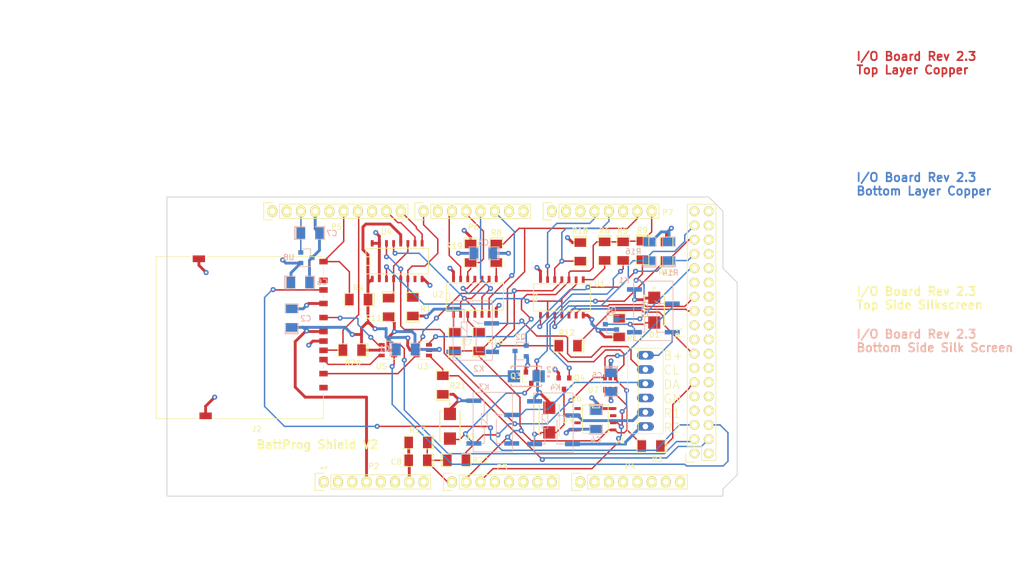
<source format=kicad_pcb>
(kicad_pcb (version 20171130) (host pcbnew "(5.1.4)-1")
  (title_block (title "I/O Board Layout") (date 2020-04-27) (rev 2.3))
  (layers (0 F.Cu signal) (1 In1.Cu power) (2 In2.Cu power) (31 B.Cu signal) (34 B.Paste user) (35 F.Paste user) (36 B.SilkS user) (37 F.SilkS user) (38 B.Mask user) (39 F.Mask user) (44 Edge.Cuts user))
  (net 0 "")
  (net 1 GND)
  (net 2 +5V)
  (net 3 "Net-(U2-Pad10)")
  (net 4 /PULL_SEL1)
  (net 5 /PULL_SEL0)
  (net 6 /PULL_ENB*)
  (net 7 /Batt+)
  (net 8 /Batt_SCL)
  (net 9 /Batt_SDA)
  (net 10 "Net-(R5-Pad2)")
  (net 11 "Net-(R9-Pad2)")
  (net 12 /SCL_EN1)
  (net 13 /SCL_EN2)
  (net 14 "Net-(R6-Pad2)")
  (net 15 /PAS_CLK_EN)
  (net 16 /SCL_EN0)
  (net 17 "Net-(R7-Pad2)")
  (net 18 "Net-(R10-Pad2)")
  (net 19 /SDA_EN1)
  (net 20 /SDA_EN2)
  (net 21 "Net-(R8-Pad2)")
  (net 22 /ACT_CLK_EN)
  (net 23 /SDA_EN0)
  (net 24 /Mega_SCL)
  (net 25 "Net-(R11-Pad1)")
  (net 26 "Net-(J2-Pad1)")
  (net 27 "Net-(J2-Pad2)")
  (net 28 "Net-(J2-Pad5)")
  (net 29 /MISO)
  (net 30 /CD)
  (net 31 /WP)
  (net 32 /SCK)
  (net 33 /SS)
  (net 34 /MOSI)
  (net 35 +3.3V)
  (net 36 /PULL_SCL)
  (net 37 /PULL_SDA)
  (net 38 /SDA_Test)
  (net 39 /SCL_Test)
  (net 40 /AREF)
  (net 41 "Net-(J2-Pad8)")
  (net 42 "Net-(J2-Pad9)")
  (net 43 /48)
  (net 44 /49)
  (net 45 /46)
  (net 46 /47)
  (net 47 /45)
  (net 48 /43)
  (net 49 /41)
  (net 50 /38)
  (net 51 /39)
  (net 52 /36)
  (net 53 /37)
  (net 54 /35)
  (net 55 /33)
  (net 56 /30)
  (net 57 /31)
  (net 58 /29)
  (net 59 /27)
  (net 60 /25)
  (net 61 /23)
  (net 62 "Net-(P2-Pad1)")
  (net 63 /IOREF)
  (net 64 /Reset)
  (net 65 /Vin)
  (net 66 /A3)
  (net 67 /A4)
  (net 68 /A5)
  (net 69 /A6)
  (net 70 /A7)
  (net 71 /A8)
  (net 72 /A9)
  (net 73 /A10)
  (net 74 /A11)
  (net 75 /A12)
  (net 76 /A13)
  (net 77 /A14)
  (net 78 /A15)
  (net 79 /SCL)
  (net 80 /SDA)
  (net 81 "/13(**)")
  (net 82 /10)
  (net 83 /6)
  (net 84 "/1(Tx0)")
  (net 85 "/0(Rx0)")
  (net 86 "/14(Tx3)")
  (net 87 "/15(Rx3)")
  (net 88 "/16(Tx2)")
  (net 89 "/19(Rx1)")
  (net 90 "Net-(U4-Pad7)")
  (net 91 "Net-(U6-Pad7)")
  (net 92 "Net-(U6-Pad3)")
  (net 93 "Net-(U6-Pad2)")
  (net 94 "Net-(U6-Pad1)")
  (net 95 "Net-(U7-Pad1)")
  (net 96 /13)
  (net 97 /Batt+_Rly)
  (net 98 /SCL_Rly)
  (net 99 /SDA_Rly)
  (net 100 /Extra_Rly)
  (net 101 "Net-(J1-Pad6)")
  (net 102 "Net-(J1-Pad5)")
  (net 103 "Net-(J1-Pad4)")
  (net 104 /R1)
  (net 105 /R2)
  (net 106 /BattDiv)
  (net 107 "Net-(D1-Pad2)")
  (net 108 "Net-(D2-Pad2)")
  (net 109 "Net-(D3-Pad2)")
  (net 110 "Net-(D4-Pad2)")
  (module BattProg:DO-214AC (layer F.Cu) (at 153.8 109.2 270)
    (fp_text reference D3 (at 1.9148 -3.5052 180) (layer F.SilkS))
    (fp_text value S1A)
    (pad 2 smd rect (at 2.2 0 270) (size 2.2 2.15) (layers F.Cu F.Paste F.Mask) (net 109 "Net-(D3-Pad2)"))
    (pad 1 smd rect (at -2.2 0 270) (size 2.2 2.15) (layers F.Cu F.Paste F.Mask) (net 2 +5V))
  )
  (module BattProg:DO-214AC (layer F.Cu) (at 171.5 108.1 270)
    (fp_text reference D4 (at 0 -3.3 180) (layer F.SilkS))
    (fp_text value S1A)
    (pad 2 smd rect (at 2.2 0 270) (size 2.2 2.15) (layers F.Cu F.Paste F.Mask) (net 110 "Net-(D4-Pad2)"))
    (pad 1 smd rect (at -2.2 0 270) (size 2.2 2.15) (layers F.Cu F.Paste F.Mask) (net 2 +5V))
  )
  (module BattProg:DO-214AC (layer B.Cu) (at 167.4 100.3 180)
    (fp_text reference D2 (at -4.5212 1.1684) (layer B.SilkS) (effects (justify mirror)))
    (fp_text value S1A)
    (pad 2 smd rect (at 2.2 0 180) (size 2.2 2.15) (layers B.Cu B.Paste B.Mask) (net 108 "Net-(D2-Pad2)"))
    (pad 1 smd rect (at -2.2 0 180) (size 2.2 2.15) (layers B.Cu B.Paste B.Mask) (net 2 +5V))
  )
  (module BattProg:DO-214AC (layer F.Cu) (at 190.2 88.5 270)
    (fp_text reference D1 (at 4.3786 -0.0254 180) (layer F.SilkS))
    (fp_text value S1A)
    (pad 2 smd rect (at 2.2 0 270) (size 2.2 2.15) (layers F.Cu F.Paste F.Mask) (net 107 "Net-(D1-Pad2)"))
    (pad 1 smd rect (at -2.2 0 270) (size 2.2 2.15) (layers F.Cu F.Paste F.Mask) (net 2 +5V))
  )
  (module SMD_Packages:SMD-1206_Pol (layer B.Cu) (at 189.357 78.0288 90)
    (fp_text reference R16 (at -0.0254 -2.8956 180) (layer B.SilkS) (effects (justify mirror)))
    (fp_text value 100K)
    (pad 1 smd rect (at -1.651 0 90) (size 1.524 2.032) (layers B.Cu B.Paste B.Mask) (net 100 /Extra_Rly))
    (pad 2 smd rect (at 1.651 0 90) (size 1.524 2.032) (layers B.Cu B.Paste B.Mask) (net 1 GND))
  )
  (module SMD_Packages:SMD-1206_Pol (layer F.Cu) (at 192.3796 78.0034 90)
    (fp_text reference R15 (at -3.7846 -0.0254 180) (layer F.SilkS))
    (fp_text value 100K)
    (pad 1 smd rect (at -1.651 0 90) (size 1.524 2.032) (layers F.Cu F.Paste F.Mask) (net 99 /SDA_Rly))
    (pad 2 smd rect (at 1.651 0 90) (size 1.524 2.032) (layers F.Cu F.Paste F.Mask) (net 1 GND))
  )
  (module SMD_Packages:SMD-1206_Pol (layer B.Cu) (at 192.8368 78.0034 90)
    (fp_text reference R14 (at -3.81 0.2286) (layer B.SilkS) (effects (justify mirror)))
    (fp_text value 100K)
    (pad 1 smd rect (at -1.651 0 90) (size 1.524 2.032) (layers B.Cu B.Paste B.Mask) (net 98 /SCL_Rly))
    (pad 2 smd rect (at 1.651 0 90) (size 1.524 2.032) (layers B.Cu B.Paste B.Mask) (net 1 GND))
  )
  (module SMD_Packages:SMD-1206_Pol (layer F.Cu) (at 183.9468 91.6178 270)
    (fp_text reference R13 (at 1.8796 -2.8194 180) (layer F.SilkS))
    (fp_text value 100K)
    (pad 1 smd rect (at -1.651 0 270) (size 1.524 2.032) (layers F.Cu F.Paste F.Mask) (net 97 /Batt+_Rly))
    (pad 2 smd rect (at 1.651 0 270) (size 1.524 2.032) (layers F.Cu F.Paste F.Mask) (net 1 GND))
  )
  (module TO_SOT_Packages_SMD:SOT-23 (layer F.Cu) (at 174.117 101.5906 270)
    (fp_text reference Q4 (at -0.9812 -2.7432 180) (layer F.SilkS))
    (fp_text value BSS806N)
    (pad 1 smd rect (at -1 -0.95 270) (size 0.9 0.8) (layers F.Cu F.Paste F.Mask) (net 100 /Extra_Rly))
    (pad 2 smd rect (at -1 0.95 270) (size 0.9 0.8) (layers F.Cu F.Paste F.Mask) (net 1 GND))
    (pad 3 smd rect (at 1 0 270) (size 0.9 0.8) (layers F.Cu F.Paste F.Mask) (net 110 "Net-(D4-Pad2)"))
  )
  (module TO_SOT_Packages_SMD:SOT-23 (layer F.Cu) (at 168.2852 100.5426 270)
    (fp_text reference Q3 (at -0.2888 2.7534 180) (layer F.SilkS))
    (fp_text value BSS806N)
    (pad 1 smd rect (at -1 -0.95 270) (size 0.9 0.8) (layers F.Cu F.Paste F.Mask) (net 99 /SDA_Rly))
    (pad 2 smd rect (at -1 0.95 270) (size 0.9 0.8) (layers F.Cu F.Paste F.Mask) (net 1 GND))
    (pad 3 smd rect (at 1 0 270) (size 0.9 0.8) (layers F.Cu F.Paste F.Mask) (net 109 "Net-(D3-Pad2)"))
  )
  (module TO_SOT_Packages_SMD:SOT-23 (layer B.Cu) (at 166.3954 95.7834 180)
    (fp_text reference Q2 (at 0 2.5) (layer B.SilkS) (effects (justify mirror)))
    (fp_text value BSS806N)
    (pad 1 smd rect (at -1 0.95 180) (size 0.9 0.8) (layers B.Cu B.Paste B.Mask) (net 98 /SCL_Rly))
    (pad 2 smd rect (at -1 -0.95 180) (size 0.9 0.8) (layers B.Cu B.Paste B.Mask) (net 1 GND))
    (pad 3 smd rect (at 1 0 180) (size 0.9 0.8) (layers B.Cu B.Paste B.Mask) (net 108 "Net-(D2-Pad2)"))
  )
  (module TO_SOT_Packages_SMD:SOT-23 (layer B.Cu) (at 182.483 91.0082 180)
    (fp_text reference Q1 (at 0 2.5) (layer B.SilkS) (effects (justify mirror)))
    (fp_text value BSS806N)
    (pad 1 smd rect (at -1 0.95 180) (size 0.9 0.8) (layers B.Cu B.Paste B.Mask) (net 97 /Batt+_Rly))
    (pad 2 smd rect (at -1 -0.95 180) (size 0.9 0.8) (layers B.Cu B.Paste B.Mask) (net 1 GND))
    (pad 3 smd rect (at 1 0 180) (size 0.9 0.8) (layers B.Cu B.Paste B.Mask) (net 107 "Net-(D1-Pad2)"))
  )
  (module BattProg:G6L-1F (layer B.Cu) (at 168.8756 112.3696 270)
    (fp_text reference K4 (at -10.1092 -3.692 180) (layer B.SilkS) (effects (justify mirror)))
    (fp_text value GL6)
    (pad 4 smd rect (at 0 -6.74 90) (size 0.8 2.66) (layers B.Cu B.Paste B.Mask) (net 105 /R2))
    (pad 5 smd rect (at 0 0 90) (size 0.8 2.66) (layers B.Cu B.Paste B.Mask) (net 110 "Net-(D4-Pad2)"))
    (pad 8 smd rect (at -7.62 0 90) (size 0.8 2.66) (layers B.Cu B.Paste B.Mask) (net 2 +5V))
    (pad 2 smd rect (at -5.08 -6.74 90) (size 0.8 2.66) (layers B.Cu B.Paste B.Mask) (net 104 /R1))
  )
  (module BattProg:G6L-1F (layer B.Cu) (at 158.0642 112.268 270)
    (fp_text reference K3 (at -10.0584 -1.8034 180) (layer B.SilkS) (effects (justify mirror)))
    (fp_text value GL6)
    (pad 4 smd rect (at 0 -6.74 90) (size 0.8 2.66) (layers B.Cu B.Paste B.Mask) (net 9 /Batt_SDA))
    (pad 5 smd rect (at 0 0 90) (size 0.8 2.66) (layers B.Cu B.Paste B.Mask) (net 109 "Net-(D3-Pad2)"))
    (pad 8 smd rect (at -7.62 0 90) (size 0.8 2.66) (layers B.Cu B.Paste B.Mask) (net 2 +5V))
    (pad 2 smd rect (at -5.08 -6.74 90) (size 0.8 2.66) (layers B.Cu B.Paste B.Mask) (net 103 "Net-(J1-Pad4)"))
  )
  (module BattProg:G6L-1F (layer B.Cu) (at 154.4738 95.9358 270)
    (fp_text reference K2 (at 3.0226 -4.454 180) (layer B.SilkS) (effects (justify mirror)))
    (fp_text value GL6)
    (pad 4 smd rect (at 0 -6.74 90) (size 0.8 2.66) (layers B.Cu B.Paste B.Mask) (net 8 /Batt_SCL))
    (pad 5 smd rect (at 0 0 90) (size 0.8 2.66) (layers B.Cu B.Paste B.Mask) (net 108 "Net-(D2-Pad2)"))
    (pad 8 smd rect (at -7.62 0 90) (size 0.8 2.66) (layers B.Cu B.Paste B.Mask) (net 2 +5V))
    (pad 2 smd rect (at -5.08 -6.74 90) (size 0.8 2.66) (layers B.Cu B.Paste B.Mask) (net 102 "Net-(J1-Pad5)"))
  )
  (module BattProg:G6L-1F (layer B.Cu) (at 186.6646 92.4306 270)
    (fp_text reference K1 (at -9.2456 1.8542) (layer B.SilkS) (effects (justify mirror)))
    (fp_text value GL6)
    (pad 4 smd rect (at 0 -6.74 90) (size 0.8 2.66) (layers B.Cu B.Paste B.Mask) (net 101 "Net-(J1-Pad6)"))
    (pad 5 smd rect (at 0 0 90) (size 0.8 2.66) (layers B.Cu B.Paste B.Mask) (net 107 "Net-(D1-Pad2)"))
    (pad 8 smd rect (at -7.62 0 90) (size 0.8 2.66) (layers B.Cu B.Paste B.Mask) (net 2 +5V))
    (pad 2 smd rect (at -5.08 -6.74 90) (size 0.8 2.66) (layers B.Cu B.Paste B.Mask) (net 7 /Batt+))
  )
  (module Socket_Arduino_Mega:Socket_Strip_Arduino_2x18 (layer F.Cu) (at 197.358 114.046 90)
    (fp_text reference P1 (at 21.59 -2.794 90) (layer F.SilkS))
    (fp_text value Digital)
    (pad 1 thru_hole circle (at 0 0 90) (size 1.7272 1.7272) (drill 1.016) (layers *.Cu *.Mask F.SilkS) (net 1 GND))
    (pad 2 thru_hole oval (at 0 2.54 90) (size 1.7272 1.7272) (drill 1.016) (layers *.Cu *.Mask F.SilkS) (net 1 GND))
    (pad 3 thru_hole oval (at 2.54 0 90) (size 1.7272 1.7272) (drill 1.016) (layers *.Cu *.Mask F.SilkS) (net 32 /SCK))
    (pad 4 thru_hole oval (at 2.54 2.54 90) (size 1.7272 1.7272) (drill 1.016) (layers *.Cu *.Mask F.SilkS) (net 33 /SS))
    (pad 5 thru_hole oval (at 5.08 0 90) (size 1.7272 1.7272) (drill 1.016) (layers *.Cu *.Mask F.SilkS) (net 29 /MISO))
    (pad 6 thru_hole oval (at 5.08 2.54 90) (size 1.7272 1.7272) (drill 1.016) (layers *.Cu *.Mask F.SilkS) (net 34 /MOSI))
    (pad 7 thru_hole oval (at 7.62 0 90) (size 1.7272 1.7272) (drill 1.016) (layers *.Cu *.Mask F.SilkS) (net 43 /48))
    (pad 8 thru_hole oval (at 7.62 2.54 90) (size 1.7272 1.7272) (drill 1.016) (layers *.Cu *.Mask F.SilkS) (net 44 /49))
    (pad 9 thru_hole oval (at 10.16 0 90) (size 1.7272 1.7272) (drill 1.016) (layers *.Cu *.Mask F.SilkS) (net 45 /46))
    (pad 10 thru_hole oval (at 10.16 2.54 90) (size 1.7272 1.7272) (drill 1.016) (layers *.Cu *.Mask F.SilkS) (net 46 /47))
    (pad 11 thru_hole oval (at 12.7 0 90) (size 1.7272 1.7272) (drill 1.016) (layers *.Cu *.Mask F.SilkS) (net 38 /SDA_Test))
    (pad 12 thru_hole oval (at 12.7 2.54 90) (size 1.7272 1.7272) (drill 1.016) (layers *.Cu *.Mask F.SilkS) (net 47 /45))
    (pad 13 thru_hole oval (at 15.24 0 90) (size 1.7272 1.7272) (drill 1.016) (layers *.Cu *.Mask F.SilkS) (net 96 /13))
    (pad 14 thru_hole oval (at 15.24 2.54 90) (size 1.7272 1.7272) (drill 1.016) (layers *.Cu *.Mask F.SilkS) (net 48 /43))
    (pad 15 thru_hole oval (at 17.78 0 90) (size 1.7272 1.7272) (drill 1.016) (layers *.Cu *.Mask F.SilkS) (net 39 /SCL_Test))
    (pad 16 thru_hole oval (at 17.78 2.54 90) (size 1.7272 1.7272) (drill 1.016) (layers *.Cu *.Mask F.SilkS) (net 49 /41))
    (pad 17 thru_hole oval (at 20.32 0 90) (size 1.7272 1.7272) (drill 1.016) (layers *.Cu *.Mask F.SilkS) (net 50 /38))
    (pad 18 thru_hole oval (at 20.32 2.54 90) (size 1.7272 1.7272) (drill 1.016) (layers *.Cu *.Mask F.SilkS) (net 51 /39))
    (pad 19 thru_hole oval (at 22.86 0 90) (size 1.7272 1.7272) (drill 1.016) (layers *.Cu *.Mask F.SilkS) (net 52 /36))
    (pad 20 thru_hole oval (at 22.86 2.54 90) (size 1.7272 1.7272) (drill 1.016) (layers *.Cu *.Mask F.SilkS) (net 53 /37))
    (pad 21 thru_hole oval (at 25.4 0 90) (size 1.7272 1.7272) (drill 1.016) (layers *.Cu *.Mask F.SilkS) (net 13 /SCL_EN2))
    (pad 22 thru_hole oval (at 25.4 2.54 90) (size 1.7272 1.7272) (drill 1.016) (layers *.Cu *.Mask F.SilkS) (net 54 /35))
    (pad 23 thru_hole oval (at 27.94 0 90) (size 1.7272 1.7272) (drill 1.016) (layers *.Cu *.Mask F.SilkS) (net 12 /SCL_EN1))
    (pad 24 thru_hole oval (at 27.94 2.54 90) (size 1.7272 1.7272) (drill 1.016) (layers *.Cu *.Mask F.SilkS) (net 55 /33))
    (pad 25 thru_hole oval (at 30.48 0 90) (size 1.7272 1.7272) (drill 1.016) (layers *.Cu *.Mask F.SilkS) (net 56 /30))
    (pad 26 thru_hole oval (at 30.48 2.54 90) (size 1.7272 1.7272) (drill 1.016) (layers *.Cu *.Mask F.SilkS) (net 57 /31))
    (pad 27 thru_hole oval (at 33.02 0 90) (size 1.7272 1.7272) (drill 1.016) (layers *.Cu *.Mask F.SilkS) (net 97 /Batt+_Rly))
    (pad 28 thru_hole oval (at 33.02 2.54 90) (size 1.7272 1.7272) (drill 1.016) (layers *.Cu *.Mask F.SilkS) (net 58 /29))
    (pad 29 thru_hole oval (at 35.56 0 90) (size 1.7272 1.7272) (drill 1.016) (layers *.Cu *.Mask F.SilkS) (net 98 /SCL_Rly))
    (pad 30 thru_hole oval (at 35.56 2.54 90) (size 1.7272 1.7272) (drill 1.016) (layers *.Cu *.Mask F.SilkS) (net 59 /27))
    (pad 31 thru_hole oval (at 38.1 0 90) (size 1.7272 1.7272) (drill 1.016) (layers *.Cu *.Mask F.SilkS) (net 99 /SDA_Rly))
    (pad 32 thru_hole oval (at 38.1 2.54 90) (size 1.7272 1.7272) (drill 1.016) (layers *.Cu *.Mask F.SilkS) (net 60 /25))
    (pad 33 thru_hole oval (at 40.64 0 90) (size 1.7272 1.7272) (drill 1.016) (layers *.Cu *.Mask F.SilkS) (net 100 /Extra_Rly))
    (pad 34 thru_hole oval (at 40.64 2.54 90) (size 1.7272 1.7272) (drill 1.016) (layers *.Cu *.Mask F.SilkS) (net 61 /23))
    (pad 35 thru_hole oval (at 43.18 0 90) (size 1.7272 1.7272) (drill 1.016) (layers *.Cu *.Mask F.SilkS) (net 2 +5V))
    (pad 36 thru_hole oval (at 43.18 2.54 90) (size 1.7272 1.7272) (drill 1.016) (layers *.Cu *.Mask F.SilkS) (net 2 +5V))
  )
  (module Socket_Arduino_Mega:Socket_Strip_Arduino_1x08 (layer F.Cu) (at 131.318 119.126)
    (fp_text reference P2 (at 8.89 -2.794) (layer F.SilkS))
    (fp_text value Power)
    (pad 1 thru_hole oval (at 0 0) (size 1.7272 2.032) (drill 1.016) (layers *.Cu *.Mask F.SilkS) (net 62 "Net-(P2-Pad1)"))
    (pad 2 thru_hole oval (at 2.54 0) (size 1.7272 2.032) (drill 1.016) (layers *.Cu *.Mask F.SilkS) (net 63 /IOREF))
    (pad 3 thru_hole oval (at 5.08 0) (size 1.7272 2.032) (drill 1.016) (layers *.Cu *.Mask F.SilkS) (net 64 /Reset))
    (pad 4 thru_hole oval (at 7.62 0) (size 1.7272 2.032) (drill 1.016) (layers *.Cu *.Mask F.SilkS) (net 35 +3.3V))
    (pad 5 thru_hole oval (at 10.16 0) (size 1.7272 2.032) (drill 1.016) (layers *.Cu *.Mask F.SilkS) (net 2 +5V))
    (pad 6 thru_hole oval (at 12.7 0) (size 1.7272 2.032) (drill 1.016) (layers *.Cu *.Mask F.SilkS) (net 1 GND))
    (pad 7 thru_hole oval (at 15.24 0) (size 1.7272 2.032) (drill 1.016) (layers *.Cu *.Mask F.SilkS) (net 1 GND))
    (pad 8 thru_hole oval (at 17.78 0) (size 1.7272 2.032) (drill 1.016) (layers *.Cu *.Mask F.SilkS) (net 65 /Vin))
  )
  (module Socket_Arduino_Mega:Socket_Strip_Arduino_1x08 (layer F.Cu) (at 154.178 119.126)
    (fp_text reference P3 (at 8.89 -2.54) (layer F.SilkS))
    (fp_text value Analog)
    (pad 1 thru_hole oval (at 0 0) (size 1.7272 2.032) (drill 1.016) (layers *.Cu *.Mask F.SilkS) (net 106 /BattDiv))
    (pad 2 thru_hole oval (at 2.54 0) (size 1.7272 2.032) (drill 1.016) (layers *.Cu *.Mask F.SilkS) (net 9 /Batt_SDA))
    (pad 3 thru_hole oval (at 5.08 0) (size 1.7272 2.032) (drill 1.016) (layers *.Cu *.Mask F.SilkS) (net 8 /Batt_SCL))
    (pad 4 thru_hole oval (at 7.62 0) (size 1.7272 2.032) (drill 1.016) (layers *.Cu *.Mask F.SilkS) (net 66 /A3))
    (pad 5 thru_hole oval (at 10.16 0) (size 1.7272 2.032) (drill 1.016) (layers *.Cu *.Mask F.SilkS) (net 67 /A4))
    (pad 6 thru_hole oval (at 12.7 0) (size 1.7272 2.032) (drill 1.016) (layers *.Cu *.Mask F.SilkS) (net 68 /A5))
    (pad 7 thru_hole oval (at 15.24 0) (size 1.7272 2.032) (drill 1.016) (layers *.Cu *.Mask F.SilkS) (net 69 /A6))
    (pad 8 thru_hole oval (at 17.78 0) (size 1.7272 2.032) (drill 1.016) (layers *.Cu *.Mask F.SilkS) (net 70 /A7))
  )
  (module Socket_Arduino_Mega:Socket_Strip_Arduino_1x08 (layer F.Cu) (at 177.038 119.126)
    (fp_text reference P4 (at 8.89 -2.794) (layer F.SilkS))
    (fp_text value Analog)
    (pad 1 thru_hole oval (at 0 0) (size 1.7272 2.032) (drill 1.016) (layers *.Cu *.Mask F.SilkS) (net 71 /A8))
    (pad 2 thru_hole oval (at 2.54 0) (size 1.7272 2.032) (drill 1.016) (layers *.Cu *.Mask F.SilkS) (net 72 /A9))
    (pad 3 thru_hole oval (at 5.08 0) (size 1.7272 2.032) (drill 1.016) (layers *.Cu *.Mask F.SilkS) (net 73 /A10))
    (pad 4 thru_hole oval (at 7.62 0) (size 1.7272 2.032) (drill 1.016) (layers *.Cu *.Mask F.SilkS) (net 74 /A11))
    (pad 5 thru_hole oval (at 10.16 0) (size 1.7272 2.032) (drill 1.016) (layers *.Cu *.Mask F.SilkS) (net 75 /A12))
    (pad 6 thru_hole oval (at 12.7 0) (size 1.7272 2.032) (drill 1.016) (layers *.Cu *.Mask F.SilkS) (net 76 /A13))
    (pad 7 thru_hole oval (at 15.24 0) (size 1.7272 2.032) (drill 1.016) (layers *.Cu *.Mask F.SilkS) (net 77 /A14))
    (pad 8 thru_hole oval (at 17.78 0) (size 1.7272 2.032) (drill 1.016) (layers *.Cu *.Mask F.SilkS) (net 78 /A15))
  )
  (module Socket_Arduino_Mega:Socket_Strip_Arduino_1x10 (layer F.Cu) (at 122.174 70.866)
    (fp_text reference P5 (at 11.43 2.794) (layer F.SilkS))
    (fp_text value PWM)
    (pad 1 thru_hole oval (at 0 0) (size 1.7272 2.032) (drill 1.016) (layers *.Cu *.Mask F.SilkS) (net 79 /SCL))
    (pad 2 thru_hole oval (at 2.54 0) (size 1.7272 2.032) (drill 1.016) (layers *.Cu *.Mask F.SilkS) (net 80 /SDA))
    (pad 3 thru_hole oval (at 5.08 0) (size 1.7272 2.032) (drill 1.016) (layers *.Cu *.Mask F.SilkS) (net 40 /AREF))
    (pad 4 thru_hole oval (at 7.62 0) (size 1.7272 2.032) (drill 1.016) (layers *.Cu *.Mask F.SilkS) (net 1 GND))
    (pad 5 thru_hole oval (at 10.16 0) (size 1.7272 2.032) (drill 1.016) (layers *.Cu *.Mask F.SilkS) (net 81 "/13(**)"))
    (pad 6 thru_hole oval (at 12.7 0) (size 1.7272 2.032) (drill 1.016) (layers *.Cu *.Mask F.SilkS) (net 31 /WP))
    (pad 7 thru_hole oval (at 15.24 0) (size 1.7272 2.032) (drill 1.016) (layers *.Cu *.Mask F.SilkS) (net 30 /CD))
    (pad 8 thru_hole oval (at 17.78 0) (size 1.7272 2.032) (drill 1.016) (layers *.Cu *.Mask F.SilkS) (net 82 /10))
    (pad 9 thru_hole oval (at 20.32 0) (size 1.7272 2.032) (drill 1.016) (layers *.Cu *.Mask F.SilkS) (net 5 /PULL_SEL0))
    (pad 10 thru_hole oval (at 22.86 0) (size 1.7272 2.032) (drill 1.016) (layers *.Cu *.Mask F.SilkS) (net 4 /PULL_SEL1))
  )
  (module Socket_Arduino_Mega:Socket_Strip_Arduino_1x08 (layer F.Cu) (at 149.098 70.866)
    (fp_text reference P6 (at 8.89 2.794) (layer F.SilkS))
    (fp_text value PWM)
    (pad 1 thru_hole oval (at 0 0) (size 1.7272 2.032) (drill 1.016) (layers *.Cu *.Mask F.SilkS) (net 6 /PULL_ENB*))
    (pad 2 thru_hole oval (at 2.54 0) (size 1.7272 2.032) (drill 1.016) (layers *.Cu *.Mask F.SilkS) (net 83 /6))
    (pad 3 thru_hole oval (at 5.08 0) (size 1.7272 2.032) (drill 1.016) (layers *.Cu *.Mask F.SilkS) (net 23 /SDA_EN0))
    (pad 4 thru_hole oval (at 7.62 0) (size 1.7272 2.032) (drill 1.016) (layers *.Cu *.Mask F.SilkS) (net 22 /ACT_CLK_EN))
    (pad 5 thru_hole oval (at 10.16 0) (size 1.7272 2.032) (drill 1.016) (layers *.Cu *.Mask F.SilkS) (net 19 /SDA_EN1))
    (pad 6 thru_hole oval (at 12.7 0) (size 1.7272 2.032) (drill 1.016) (layers *.Cu *.Mask F.SilkS) (net 20 /SDA_EN2))
    (pad 7 thru_hole oval (at 15.24 0) (size 1.7272 2.032) (drill 1.016) (layers *.Cu *.Mask F.SilkS) (net 84 "/1(Tx0)"))
    (pad 8 thru_hole oval (at 17.78 0) (size 1.7272 2.032) (drill 1.016) (layers *.Cu *.Mask F.SilkS) (net 85 "/0(Rx0)"))
  )
  (module Socket_Arduino_Mega:Socket_Strip_Arduino_1x08 (layer F.Cu) (at 171.958 70.866)
    (fp_text reference P7 (at 20.6502 0.2286) (layer F.SilkS))
    (fp_text value Communication)
    (pad 1 thru_hole oval (at 0 0) (size 1.7272 2.032) (drill 1.016) (layers *.Cu *.Mask F.SilkS) (net 86 "/14(Tx3)"))
    (pad 2 thru_hole oval (at 2.54 0) (size 1.7272 2.032) (drill 1.016) (layers *.Cu *.Mask F.SilkS) (net 87 "/15(Rx3)"))
    (pad 3 thru_hole oval (at 5.08 0) (size 1.7272 2.032) (drill 1.016) (layers *.Cu *.Mask F.SilkS) (net 88 "/16(Tx2)"))
    (pad 4 thru_hole oval (at 7.62 0) (size 1.7272 2.032) (drill 1.016) (layers *.Cu *.Mask F.SilkS) (net 16 /SCL_EN0))
    (pad 5 thru_hole oval (at 10.16 0) (size 1.7272 2.032) (drill 1.016) (layers *.Cu *.Mask F.SilkS) (net 15 /PAS_CLK_EN))
    (pad 6 thru_hole oval (at 12.7 0) (size 1.7272 2.032) (drill 1.016) (layers *.Cu *.Mask F.SilkS) (net 89 "/19(Rx1)"))
    (pad 7 thru_hole oval (at 15.24 0) (size 1.7272 2.032) (drill 1.016) (layers *.Cu *.Mask F.SilkS) (net 9 /Batt_SDA))
    (pad 8 thru_hole oval (at 17.78 0) (size 1.7272 2.032) (drill 1.016) (layers *.Cu *.Mask F.SilkS) (net 24 /Mega_SCL))
  )
  (module TO_SOT_Packages_SMD:SOT-23-6 (layer F.Cu) (at 148.971 95.631 180)
    (fp_text reference U3 (at 0 -2.9 180) (layer F.SilkS))
    (fp_text value SN74LVC2G17)
    (pad 1 smd rect (at -1.1 -0.95 180) (size 1.06 0.65) (layers F.Cu F.Paste F.Mask) (net 33 /SS))
    (pad 2 smd rect (at -1.1 0 180) (size 1.06 0.65) (layers F.Cu F.Paste F.Mask) (net 1 GND))
    (pad 3 smd rect (at -1.1 0.95 180) (size 1.06 0.65) (layers F.Cu F.Paste F.Mask) (net 24 /Mega_SCL))
    (pad 4 smd rect (at 1.1 0.95 180) (size 1.06 0.65) (layers F.Cu F.Paste F.Mask) (net 3 "Net-(U2-Pad10)"))
    (pad 6 smd rect (at 1.1 -0.95 180) (size 1.06 0.65) (layers F.Cu F.Paste F.Mask) (net 26 "Net-(J2-Pad1)"))
    (pad 5 smd rect (at 1.1 0 180) (size 1.06 0.65) (layers F.Cu F.Paste F.Mask) (net 35 +3.3V))
  )
  (module SMD_Packages:SO-16-N (layer F.Cu) (at 144.399 79.756)
    (fp_text reference U4 (at -1.905 -5.207) (layer F.SilkS))
    (fp_text value MAX4618)
    (pad 16 smd rect (at -4.445 -3.175) (size 0.508 1.143) (layers F.Cu F.Paste F.Mask) (net 2 +5V))
    (pad 14 smd rect (at -1.905 -3.175) (size 0.508 1.143) (layers F.Cu F.Paste F.Mask) (net 7 /Batt+))
    (pad 13 smd rect (at -0.635 -3.175) (size 0.508 1.143) (layers F.Cu F.Paste F.Mask) (net 37 /PULL_SDA))
    (pad 12 smd rect (at 0.635 -3.175) (size 0.508 1.143) (layers F.Cu F.Paste F.Mask) (net 35 +3.3V))
    (pad 11 smd rect (at 1.905 -3.175) (size 0.508 1.143) (layers F.Cu F.Paste F.Mask) (net 25 "Net-(R11-Pad1)"))
    (pad 10 smd rect (at 3.175 -3.175) (size 0.508 1.143) (layers F.Cu F.Paste F.Mask) (net 5 /PULL_SEL0))
    (pad 9 smd rect (at 4.445 -3.175) (size 0.508 1.143) (layers F.Cu F.Paste F.Mask) (net 4 /PULL_SEL1))
    (pad 8 smd rect (at 4.445 3.175) (size 0.508 1.143) (layers F.Cu F.Paste F.Mask) (net 1 GND))
    (pad 7 smd rect (at 3.175 3.175) (size 0.508 1.143) (layers F.Cu F.Paste F.Mask) (net 90 "Net-(U4-Pad7)"))
    (pad 6 smd rect (at 1.905 3.175) (size 0.508 1.143) (layers F.Cu F.Paste F.Mask) (net 6 /PULL_ENB*))
    (pad 5 smd rect (at 0.635 3.175) (size 0.508 1.143) (layers F.Cu F.Paste F.Mask) (net 7 /Batt+))
    (pad 4 smd rect (at -0.635 3.175) (size 0.508 1.143) (layers F.Cu F.Paste F.Mask) (net 25 "Net-(R11-Pad1)"))
    (pad 3 smd rect (at -1.905 3.175) (size 0.508 1.143) (layers F.Cu F.Paste F.Mask) (net 36 /PULL_SCL))
    (pad 2 smd rect (at -3.175 3.175) (size 0.508 1.143) (layers F.Cu F.Paste F.Mask) (net 2 +5V))
    (pad 1 smd rect (at -4.445 3.175) (size 0.508 1.143) (layers F.Cu F.Paste F.Mask) (net 35 +3.3V))
    (pad 15 smd rect (at -3.175 -3.175) (size 0.508 1.143) (layers F.Cu F.Paste F.Mask) (net 2 +5V))
  )
  (module SMD_Packages:SOIC-14_N (layer F.Cu) (at 173.736 86.106)
    (fp_text reference U1 (at 6.731 -2.286) (layer F.SilkS))
    (fp_text value MAX4614)
    (pad 1 smd rect (at -3.81 3.302) (size 0.508 1.143) (layers F.Cu F.Paste F.Mask) (net 10 "Net-(R5-Pad2)"))
    (pad 2 smd rect (at -2.54 3.302) (size 0.508 1.143) (layers F.Cu F.Paste F.Mask) (net 36 /PULL_SCL))
    (pad 3 smd rect (at -1.27 3.302) (size 0.508 1.143) (layers F.Cu F.Paste F.Mask) (net 11 "Net-(R9-Pad2)"))
    (pad 4 smd rect (at 0 3.302) (size 0.508 1.143) (layers F.Cu F.Paste F.Mask) (net 36 /PULL_SCL))
    (pad 5 smd rect (at 1.27 3.302) (size 0.508 1.143) (layers F.Cu F.Paste F.Mask) (net 12 /SCL_EN1))
    (pad 6 smd rect (at 2.54 3.302) (size 0.508 1.143) (layers F.Cu F.Paste F.Mask) (net 13 /SCL_EN2))
    (pad 7 smd rect (at 3.81 3.302) (size 0.508 1.143) (layers F.Cu F.Paste F.Mask) (net 1 GND))
    (pad 8 smd rect (at 3.81 -3.048) (size 0.508 1.143) (layers F.Cu F.Paste F.Mask) (net 14 "Net-(R6-Pad2)"))
    (pad 9 smd rect (at 2.54 -3.048) (size 0.508 1.143) (layers F.Cu F.Paste F.Mask) (net 36 /PULL_SCL))
    (pad 11 smd rect (at 0 -3.048) (size 0.508 1.143) (layers F.Cu F.Paste F.Mask) (net 8 /Batt_SCL))
    (pad 12 smd rect (at -1.27 -3.048) (size 0.508 1.143) (layers F.Cu F.Paste F.Mask) (net 15 /PAS_CLK_EN))
    (pad 13 smd rect (at -2.54 -3.048) (size 0.508 1.143) (layers F.Cu F.Paste F.Mask) (net 16 /SCL_EN0))
    (pad 14 smd rect (at -3.81 -3.048) (size 0.508 1.143) (layers F.Cu F.Paste F.Mask) (net 2 +5V))
    (pad 10 smd rect (at 1.27 -3.048) (size 0.508 1.143) (layers F.Cu F.Paste F.Mask) (net 24 /Mega_SCL))
  )
  (module SMD_Packages:SOIC-14_N (layer F.Cu) (at 158.242 85.979)
    (fp_text reference U2 (at -6.604 -0.254) (layer F.SilkS))
    (fp_text value MAX4614)
    (pad 1 smd rect (at -3.81 3.302) (size 0.508 1.143) (layers F.Cu F.Paste F.Mask) (net 17 "Net-(R7-Pad2)"))
    (pad 2 smd rect (at -2.54 3.302) (size 0.508 1.143) (layers F.Cu F.Paste F.Mask) (net 37 /PULL_SDA))
    (pad 3 smd rect (at -1.27 3.302) (size 0.508 1.143) (layers F.Cu F.Paste F.Mask) (net 18 "Net-(R10-Pad2)"))
    (pad 4 smd rect (at 0 3.302) (size 0.508 1.143) (layers F.Cu F.Paste F.Mask) (net 37 /PULL_SDA))
    (pad 5 smd rect (at 1.27 3.302) (size 0.508 1.143) (layers F.Cu F.Paste F.Mask) (net 19 /SDA_EN1))
    (pad 6 smd rect (at 2.54 3.302) (size 0.508 1.143) (layers F.Cu F.Paste F.Mask) (net 20 /SDA_EN2))
    (pad 7 smd rect (at 3.81 3.302) (size 0.508 1.143) (layers F.Cu F.Paste F.Mask) (net 1 GND))
    (pad 8 smd rect (at 3.81 -3.048) (size 0.508 1.143) (layers F.Cu F.Paste F.Mask) (net 21 "Net-(R8-Pad2)"))
    (pad 9 smd rect (at 2.54 -3.048) (size 0.508 1.143) (layers F.Cu F.Paste F.Mask) (net 37 /PULL_SDA))
    (pad 11 smd rect (at 0 -3.048) (size 0.508 1.143) (layers F.Cu F.Paste F.Mask) (net 8 /Batt_SCL))
    (pad 12 smd rect (at -1.27 -3.048) (size 0.508 1.143) (layers F.Cu F.Paste F.Mask) (net 22 /ACT_CLK_EN))
    (pad 13 smd rect (at -2.54 -3.048) (size 0.508 1.143) (layers F.Cu F.Paste F.Mask) (net 23 /SDA_EN0))
    (pad 14 smd rect (at -3.81 -3.048) (size 0.508 1.143) (layers F.Cu F.Paste F.Mask) (net 2 +5V))
    (pad 10 smd rect (at 1.27 -3.048) (size 0.508 1.143) (layers F.Cu F.Paste F.Mask) (net 3 "Net-(U2-Pad10)"))
  )
  (module SMD_Packages:SMD-1206_Pol (layer F.Cu) (at 147.193 87.884 90)
    (fp_text reference R1 (at -0.381 2.286 180) (layer F.SilkS))
    (fp_text value 100K)
    (pad 1 smd rect (at -1.651 0 90) (size 1.524 2.032) (layers F.Cu F.Paste F.Mask) (net 2 +5V))
    (pad 2 smd rect (at 1.651 0 90) (size 1.524 2.032) (layers F.Cu F.Paste F.Mask) (net 6 /PULL_ENB*))
  )
  (module SMD_Packages:SMD-1206_Pol (layer F.Cu) (at 137.541 86.614 180)
    (fp_text reference R4 (at 0.0508 2.0828 180) (layer F.SilkS))
    (fp_text value 10K)
    (pad 1 smd rect (at -1.651 0 180) (size 1.524 2.032) (layers F.Cu F.Paste F.Mask) (net 35 +3.3V))
    (pad 2 smd rect (at 1.651 0 180) (size 1.524 2.032) (layers F.Cu F.Paste F.Mask) (net 31 /WP))
  )
  (module SMD_Packages:SMD-1206_Pol (layer F.Cu) (at 184.658 77.978 270)
    (fp_text reference R5 (at -3.6068 0.1016) (layer F.SilkS))
    (fp_text value 10K)
    (pad 1 smd rect (at -1.651 0 270) (size 1.524 2.032) (layers F.Cu F.Paste F.Mask) (net 24 /Mega_SCL))
    (pad 2 smd rect (at 1.651 0 270) (size 1.524 2.032) (layers F.Cu F.Paste F.Mask) (net 10 "Net-(R5-Pad2)"))
  )
  (module SMD_Packages:SMD-1206_Pol (layer F.Cu) (at 181.356 77.978 270)
    (fp_text reference R6 (at -3.6068 0.0508) (layer F.SilkS))
    (fp_text value 5.1K)
    (pad 1 smd rect (at -1.651 0 270) (size 1.524 2.032) (layers F.Cu F.Paste F.Mask) (net 24 /Mega_SCL))
    (pad 2 smd rect (at 1.651 0 270) (size 1.524 2.032) (layers F.Cu F.Paste F.Mask) (net 14 "Net-(R6-Pad2)"))
  )
  (module SMD_Packages:SMD-1206_Pol (layer F.Cu) (at 154.686 94.107 90)
    (fp_text reference R7 (at -0.127 2.1336 180) (layer F.SilkS))
    (fp_text value 10K)
    (pad 1 smd rect (at -1.651 0 90) (size 1.524 2.032) (layers F.Cu F.Paste F.Mask) (net 9 /Batt_SDA))
    (pad 2 smd rect (at 1.651 0 90) (size 1.524 2.032) (layers F.Cu F.Paste F.Mask) (net 17 "Net-(R7-Pad2)"))
  )
  (module SMD_Packages:SMD-1206_Pol (layer F.Cu) (at 162.052 78.359 270)
    (fp_text reference R8 (at -3.683 0) (layer F.SilkS))
    (fp_text value 5.1K)
    (pad 1 smd rect (at -1.651 0 270) (size 1.524 2.032) (layers F.Cu F.Paste F.Mask) (net 9 /Batt_SDA))
    (pad 2 smd rect (at 1.651 0 270) (size 1.524 2.032) (layers F.Cu F.Paste F.Mask) (net 21 "Net-(R8-Pad2)"))
  )
  (module SMD_Packages:SMD-1206_Pol (layer F.Cu) (at 188.087 77.851 270)
    (fp_text reference R9 (at -3.6068 0.0254) (layer F.SilkS))
    (fp_text value 6.8K)
    (pad 1 smd rect (at -1.651 0 270) (size 1.524 2.032) (layers F.Cu F.Paste F.Mask) (net 24 /Mega_SCL))
    (pad 2 smd rect (at 1.651 0 270) (size 1.524 2.032) (layers F.Cu F.Paste F.Mask) (net 11 "Net-(R9-Pad2)"))
  )
  (module SMD_Packages:SMD-1206_Pol (layer F.Cu) (at 159.004 94.107 90)
    (fp_text reference R10 (at 0 2.921 180) (layer F.SilkS))
    (fp_text value 6.8K)
    (pad 1 smd rect (at -1.651 0 90) (size 1.524 2.032) (layers F.Cu F.Paste F.Mask) (net 9 /Batt_SDA))
    (pad 2 smd rect (at 1.651 0 90) (size 1.524 2.032) (layers F.Cu F.Paste F.Mask) (net 18 "Net-(R10-Pad2)"))
  )
  (module SMD_Packages:SMD-1206_Pol (layer F.Cu) (at 142.875 88.011 270)
    (fp_text reference R11 (at 1.9304 2.6924) (layer F.SilkS))
    (fp_text value 10K)
    (pad 1 smd rect (at -1.651 0 270) (size 1.524 2.032) (layers F.Cu F.Paste F.Mask) (net 25 "Net-(R11-Pad1)"))
    (pad 2 smd rect (at 1.651 0 270) (size 1.524 2.032) (layers F.Cu F.Paste F.Mask) (net 1 GND))
  )
  (module SMD_Packages:SMD-1206_Pol (layer F.Cu) (at 177.038 78.105 270)
    (fp_text reference R18 (at -3.7084 0.0762) (layer F.SilkS))
    (fp_text value 100K)
    (pad 1 smd rect (at -1.651 0 270) (size 1.524 2.032) (layers F.Cu F.Paste F.Mask) (net 2 +5V))
    (pad 2 smd rect (at 1.651 0 270) (size 1.524 2.032) (layers F.Cu F.Paste F.Mask) (net 15 /PAS_CLK_EN))
  )
  (module SMD_Packages:SMD-1206_Pol (layer F.Cu) (at 157.48 78.359 270)
    (fp_text reference R19 (at -1.27 2.921) (layer F.SilkS))
    (fp_text value 100K)
    (pad 1 smd rect (at -1.651 0 270) (size 1.524 2.032) (layers F.Cu F.Paste F.Mask) (net 2 +5V))
    (pad 2 smd rect (at 1.651 0 270) (size 1.524 2.032) (layers F.Cu F.Paste F.Mask) (net 22 /ACT_CLK_EN))
  )
  (module Connectors:SD_Card_Receptacle (layer F.Cu) (at 119.126 93.345 270)
    (fp_text reference J2 (at 16.383 -0.254) (layer F.SilkS))
    (fp_text value SD_Card)
    (pad 1 smd rect (at 6.47 -12.15 270) (size 1 1.5) (layers F.Cu F.Paste F.Mask) (net 26 "Net-(J2-Pad1)"))
    (pad 2 smd rect (at 3.97 -12.15 270) (size 1 1.5) (layers F.Cu F.Paste F.Mask) (net 27 "Net-(J2-Pad2)"))
    (pad 3 smd rect (at 0.67 -12.15 270) (size 1 1.5) (layers F.Cu F.Paste F.Mask) (net 1 GND))
    (pad 4 smd rect (at -1.03 -12.15 270) (size 1 1.5) (layers F.Cu F.Paste F.Mask) (net 35 +3.3V))
    (pad 5 smd rect (at -3.53 -12.15 270) (size 1 1.5) (layers F.Cu F.Paste F.Mask) (net 28 "Net-(J2-Pad5)"))
    (pad 6 smd rect (at -6.03 -12.15 270) (size 1 1.5) (layers F.Cu F.Paste F.Mask) (net 1 GND))
    (pad 7 smd rect (at -8.45 -12.15 270) (size 1 1.5) (layers F.Cu F.Paste F.Mask) (net 29 /MISO))
    (pad 8 smd rect (at -10.15 -12.15 270) (size 1 1.5) (layers F.Cu F.Paste F.Mask) (net 41 "Net-(J2-Pad8)"))
    (pad 9 smd rect (at 8.97 -12.15 270) (size 1 1.5) (layers F.Cu F.Paste F.Mask) (net 42 "Net-(J2-Pad9)"))
    (pad 10 smd rect (at 2.32 -12.15 270) (size 1 1.5) (layers F.Cu F.Paste F.Mask) (net 30 /CD))
    (pad 11 smd rect (at -13.5 -12.15 270) (size 1 1.5) (layers F.Cu F.Paste F.Mask) (net 31 /WP))
    (pad 12 smd rect (at 14 8.85 270) (size 1.2 2.2) (layers F.Cu F.Paste F.Mask) (net 1 GND))
    (pad 13 smd rect (at -14 10.05 270) (size 1.2 2.2) (layers F.Cu F.Paste F.Mask) (net 1 GND))
    (pad "" np_thru_hole circle (at 11.7 12.15 270) (size 1.5 1.5) (drill 1.5) (layers *.Cu *.Mask))
    (pad "" np_thru_hole circle (at -12.5 12.15 270) (size 1.5 1.5) (drill 1.5) (layers *.Cu *.Mask))
  )
  (module SMD_Packages:SMD-1206_Pol (layer F.Cu) (at 136.398 95.631 180)
    (fp_text reference R20 (at -0.127 -2.286 180) (layer F.SilkS))
    (fp_text value 10K)
    (pad 1 smd rect (at -1.651 0 180) (size 1.524 2.032) (layers F.Cu F.Paste F.Mask) (net 35 +3.3V))
    (pad 2 smd rect (at 1.651 0 180) (size 1.524 2.032) (layers F.Cu F.Paste F.Mask) (net 30 /CD))
  )
  (module SMD_Packages:SMD-1206_Pol (layer F.Cu) (at 152.527 101.854 90)
    (fp_text reference R21 (at -0.127 2.667 180) (layer F.SilkS))
    (fp_text value 100K)
    (pad 1 smd rect (at -1.651 0 90) (size 1.524 2.032) (layers F.Cu F.Paste F.Mask) (net 2 +5V))
    (pad 2 smd rect (at 1.651 0 90) (size 1.524 2.032) (layers F.Cu F.Paste F.Mask) (net 33 /SS))
  )
  (module TO_SOT_Packages_SMD:SOT-23-6 (layer F.Cu) (at 142.748 95.631 180)
    (fp_text reference U5 (at 1.143 -2.921 180) (layer F.SilkS))
    (fp_text value SN74LVC2G17)
    (pad 1 smd rect (at -1.1 -0.95 180) (size 1.06 0.65) (layers F.Cu F.Paste F.Mask) (net 34 /MOSI))
    (pad 2 smd rect (at -1.1 0 180) (size 1.06 0.65) (layers F.Cu F.Paste F.Mask) (net 1 GND))
    (pad 3 smd rect (at -1.1 0.95 180) (size 1.06 0.65) (layers F.Cu F.Paste F.Mask) (net 32 /SCK))
    (pad 4 smd rect (at 1.1 0.95 180) (size 1.06 0.65) (layers F.Cu F.Paste F.Mask) (net 28 "Net-(J2-Pad5)"))
    (pad 6 smd rect (at 1.1 -0.95 180) (size 1.06 0.65) (layers F.Cu F.Paste F.Mask) (net 27 "Net-(J2-Pad2)"))
    (pad 5 smd rect (at 1.1 0 180) (size 1.06 0.65) (layers F.Cu F.Paste F.Mask) (net 35 +3.3V))
  )
  (module SMD_Packages:SOIC-8-N (layer F.Cu) (at 179.705 107.95 270)
    (fp_text reference U6 (at -3.683 3.429) (layer F.SilkS))
    (fp_text value ATECC508A)
    (pad 8 smd rect (at -1.905 -3.175 270) (size 0.508 1.143) (layers F.Cu F.Paste F.Mask) (net 2 +5V))
    (pad 7 smd rect (at -0.635 -3.175 270) (size 0.508 1.143) (layers F.Cu F.Paste F.Mask) (net 91 "Net-(U6-Pad7)"))
    (pad 6 smd rect (at 0.635 -3.175 270) (size 0.508 1.143) (layers F.Cu F.Paste F.Mask) (net 8 /Batt_SCL))
    (pad 5 smd rect (at 1.905 -3.175 270) (size 0.508 1.143) (layers F.Cu F.Paste F.Mask) (net 9 /Batt_SDA))
    (pad 4 smd rect (at 1.905 3.175 270) (size 0.508 1.143) (layers F.Cu F.Paste F.Mask) (net 1 GND))
    (pad 3 smd rect (at 0.635 3.175 270) (size 0.508 1.143) (layers F.Cu F.Paste F.Mask) (net 92 "Net-(U6-Pad3)"))
    (pad 2 smd rect (at -0.635 3.175 270) (size 0.508 1.143) (layers F.Cu F.Paste F.Mask) (net 93 "Net-(U6-Pad2)"))
    (pad 1 smd rect (at -1.905 3.175 270) (size 0.508 1.143) (layers F.Cu F.Paste F.Mask) (net 94 "Net-(U6-Pad1)"))
  )
  (module SMD_Packages:SMD-1206_Pol (layer B.Cu) (at 145.923 95.504)
    (fp_text reference C1 (at -3.81 -0.127) (layer B.SilkS) (effects (justify mirror)))
    (fp_text value .1uf)
    (pad 1 smd rect (at -1.651 0) (size 1.524 2.032) (layers B.Cu B.Paste B.Mask) (net 35 +3.3V))
    (pad 2 smd rect (at 1.651 0) (size 1.524 2.032) (layers B.Cu B.Paste B.Mask) (net 1 GND))
  )
  (module SMD_Packages:SMD-1206_Pol (layer B.Cu) (at 125.603 89.916 90)
    (fp_text reference C2 (at -0.0762 2.5146 180) (layer B.SilkS) (effects (justify mirror)))
    (fp_text value .1uf)
    (pad 1 smd rect (at -1.651 0 90) (size 1.524 2.032) (layers B.Cu B.Paste B.Mask) (net 35 +3.3V))
    (pad 2 smd rect (at 1.651 0 90) (size 1.524 2.032) (layers B.Cu B.Paste B.Mask) (net 1 GND))
  )
  (module SMD_Packages:SMD-1206_Pol (layer B.Cu) (at 159.766 78.359 180)
    (fp_text reference C3 (at 0 1.905 180) (layer B.SilkS) (effects (justify mirror)))
    (fp_text value .1uf)
    (pad 1 smd rect (at -1.651 0 180) (size 1.524 2.032) (layers B.Cu B.Paste B.Mask) (net 2 +5V))
    (pad 2 smd rect (at 1.651 0 180) (size 1.524 2.032) (layers B.Cu B.Paste B.Mask) (net 1 GND))
  )
  (module SMD_Packages:SMD-1206_Pol (layer B.Cu) (at 179.832 108.077 270)
    (fp_text reference C4 (at 3.5814 0.0508) (layer B.SilkS) (effects (justify mirror)))
    (fp_text value .1uf)
    (pad 1 smd rect (at -1.651 0 270) (size 1.524 2.032) (layers B.Cu B.Paste B.Mask) (net 2 +5V))
    (pad 2 smd rect (at 1.651 0 270) (size 1.524 2.032) (layers B.Cu B.Paste B.Mask) (net 1 GND))
  )
  (module TO_SOT_Packages_SMD:SOT-23-6 (layer F.Cu) (at 182.372 101.6 90)
    (fp_text reference U7 (at -1.143 -3.048 180) (layer F.SilkS))
    (fp_text value DT2042-04SO-7)
    (pad 1 smd rect (at -1.1 -0.95 90) (size 1.06 0.65) (layers F.Cu F.Paste F.Mask) (net 95 "Net-(U7-Pad1)"))
    (pad 2 smd rect (at -1.1 0 90) (size 1.06 0.65) (layers F.Cu F.Paste F.Mask) (net 1 GND))
    (pad 3 smd rect (at -1.1 0.95 90) (size 1.06 0.65) (layers F.Cu F.Paste F.Mask) (net 9 /Batt_SDA))
    (pad 4 smd rect (at 1.1 0.95 90) (size 1.06 0.65) (layers F.Cu F.Paste F.Mask) (net 8 /Batt_SCL))
    (pad 6 smd rect (at 1.1 -0.95 90) (size 1.06 0.65) (layers F.Cu F.Paste F.Mask) (net 7 /Batt+))
    (pad 5 smd rect (at 1.1 0 90) (size 1.06 0.65) (layers F.Cu F.Paste F.Mask) (net 2 +5V))
  )
  (module SMD_Packages:SMD-1206_Pol (layer B.Cu) (at 182.499 101.346 270)
    (fp_text reference C5 (at -1.1684 2.4892) (layer B.SilkS) (effects (justify mirror)))
    (fp_text value .1uf)
    (pad 1 smd rect (at -1.651 0 270) (size 1.524 2.032) (layers B.Cu B.Paste B.Mask) (net 2 +5V))
    (pad 2 smd rect (at 1.651 0 270) (size 1.524 2.032) (layers B.Cu B.Paste B.Mask) (net 1 GND))
  )
  (module SMD_Packages:SMD-1206_Pol (layer F.Cu) (at 189.6364 112.7252 180)
    (fp_text reference R3 (at -1.0922 -2.3114 180) (layer F.SilkS))
    (fp_text value 10K)
    (pad 2 smd rect (at 1.651 0 180) (size 1.524 2.032) (layers F.Cu F.Paste F.Mask) (net 9 /Batt_SDA))
    (pad 1 smd rect (at -1.651 0 180) (size 1.524 2.032) (layers F.Cu F.Paste F.Mask) (net 38 /SDA_Test))
  )
  (module SMD_Packages:SMD-1206_Pol (layer F.Cu) (at 174.8536 94.8436 180)
    (fp_text reference R12 (at 0.254 2.3114 180) (layer F.SilkS))
    (fp_text value 10K)
    (pad 1 smd rect (at -1.651 0 180) (size 1.524 2.032) (layers F.Cu F.Paste F.Mask) (net 39 /SCL_Test))
    (pad 2 smd rect (at 1.651 0 180) (size 1.524 2.032) (layers F.Cu F.Paste F.Mask) (net 8 /Batt_SCL))
  )
  (module SMD_Packages:SMD-1206_Pol (layer B.Cu) (at 127.127 83.566)
    (fp_text reference C6 (at 3.937 -0.0762) (layer B.SilkS) (effects (justify mirror)))
    (fp_text value .1uf)
    (pad 1 smd rect (at -1.651 0) (size 1.524 2.032) (layers B.Cu B.Paste B.Mask) (net 2 +5V))
    (pad 2 smd rect (at 1.651 0) (size 1.524 2.032) (layers B.Cu B.Paste B.Mask) (net 1 GND))
  )
  (module SMD_Packages:SMD-1206_Pol (layer B.Cu) (at 128.905 74.7522)
    (fp_text reference C7 (at 3.8608 0.0508) (layer B.SilkS) (effects (justify mirror)))
    (fp_text value .1uf)
    (pad 2 smd rect (at 1.651 0) (size 1.524 2.032) (layers B.Cu B.Paste B.Mask) (net 1 GND))
    (pad 1 smd rect (at -1.651 0) (size 1.524 2.032) (layers B.Cu B.Paste B.Mask) (net 40 /AREF))
  )
  (module TO_SOT_Packages_SMD:SOT-23 (layer B.Cu) (at 128.2286 79.1566)
    (fp_text reference U8 (at -3.1336 -0.061) (layer B.SilkS) (effects (justify mirror)))
    (fp_text value NCP51460SN33T1G)
    (pad 3 smd rect (at 1 0) (size 0.9 0.8) (layers B.Cu B.Paste B.Mask) (net 1 GND))
    (pad 2 smd rect (at -1 -0.95) (size 0.9 0.8) (layers B.Cu B.Paste B.Mask) (net 40 /AREF))
    (pad 1 smd rect (at -1 0.95) (size 0.9 0.8) (layers B.Cu B.Paste B.Mask) (net 2 +5V))
  )
  (module Connectors:PINHEAD1-6 (layer F.Cu) (at 188.6204 109.2454 90)
    (fp_text reference J1 (at -2.4892 -4.4196 180) (layer F.SilkS))
    (fp_text value Conn_01x06)
    (pad 6 thru_hole oval (at 12.7 0 90) (size 1.51 3.01) (drill 1) (layers *.Cu *.Mask) (net 101 "Net-(J1-Pad6)"))
    (pad 5 thru_hole oval (at 10.16 0 90) (size 1.51 3.01) (drill 1) (layers *.Cu *.Mask) (net 102 "Net-(J1-Pad5)"))
    (pad 4 thru_hole oval (at 7.62 0 90) (size 1.51 3.01) (drill 1) (layers *.Cu *.Mask) (net 103 "Net-(J1-Pad4)"))
    (pad 3 thru_hole oval (at 5.08 0 90) (size 1.51 3.01) (drill 1) (layers *.Cu *.Mask) (net 1 GND))
    (pad 2 thru_hole oval (at 2.54 0 90) (size 1.51 3.01) (drill 1) (layers *.Cu *.Mask) (net 104 /R1))
    (pad 1 thru_hole oval (at 0 0 90) (size 1.51 3.01) (drill 1) (layers *.Cu *.Mask) (net 105 /R2))
  )
  (module SMD_Packages:SMD-1206_Pol (layer F.Cu) (at 148.1074 115.2652 180)
    (fp_text reference C8 (at 3.8608 -0.2794) (layer F.SilkS))
    (fp_text value .1uf)
    (pad 2 smd rect (at 1.651 0 180) (size 1.524 2.032) (layers F.Cu F.Paste F.Mask) (net 1 GND))
    (pad 1 smd rect (at -1.651 0 180) (size 1.524 2.032) (layers F.Cu F.Paste F.Mask) (net 106 /BattDiv))
  )
  (module SMD_Packages:SMD-1206_Pol (layer F.Cu) (at 148.1074 112.0902 180)
    (fp_text reference R17 (at 0.1016 2.1844) (layer F.SilkS))
    (fp_text value 6.8K)
    (pad 1 smd rect (at -1.651 0 180) (size 1.524 2.032) (layers F.Cu F.Paste F.Mask) (net 106 /BattDiv))
    (pad 2 smd rect (at 1.651 0 180) (size 1.524 2.032) (layers F.Cu F.Paste F.Mask) (net 1 GND))
  )
  (module SMD_Packages:SMD-1206_Pol (layer F.Cu) (at 154.9908 115.2652)
    (fp_text reference R22 (at 4.2418 0.0254) (layer F.SilkS))
    (fp_text value 3.6K)
    (pad 2 smd rect (at 1.651 0) (size 1.524 2.032) (layers F.Cu F.Paste F.Mask) (net 7 /Batt+))
    (pad 1 smd rect (at -1.651 0) (size 1.524 2.032) (layers F.Cu F.Paste F.Mask) (net 106 /BattDiv))
  )
  (gr_text "I/O Board Rev 2.3\nBottom Side Silk Screen" (at 226.06 93.98) (layer B.SilkS) (effects (font (size 1.5 1.5) (thickness 0.3)) (justify left)))
  (gr_text "I/O Board Rev 2.3\nTop Side Silkscreen" (at 226.06 86.36) (layer F.SilkS) (effects (font (size 1.5 1.5) (thickness 0.3)) (justify left)))
  (gr_text "I/O Board Rev 2.3\nBottom Layer Copper" (at 226.06 66.04) (layer B.Cu) (effects (font (size 1.5 1.5) (thickness 0.3)) (justify left)))
  (gr_text "I/O Board Rev 2.3\nTop Layer Copper" (at 226.06 44.45) (layer F.Cu) (effects (font (size 1.5 1.5) (thickness 0.3)) (justify left)))
  (gr_text "BattProg Shield V2" (at 130.175 112.4712) (layer F.SilkS) (effects (font (size 1.5 1.5) (thickness 0.3))))
  (gr_text "B+\nCL\nDA\nGN\nR1\nR2" (at 191.7192 103.0478) (layer F.SilkS) (effects (font (size 1.6 1.6)) (justify left)))
  (gr_text 1 (at 131.318 116.586 90) (layer F.SilkS) (effects (font (size 1 1))))
  (gr_line (start 202.438 121.666) (end 103.378 121.666) (angle 90) (layer Edge.Cuts) (width 0.15))
  (gr_line (start 202.438 120.396) (end 202.438 121.666) (angle 90) (layer Edge.Cuts) (width 0.15))
  (gr_line (start 204.978 117.856) (end 202.438 120.396) (angle 90) (layer Edge.Cuts) (width 0.15))
  (gr_line (start 204.978 83.566) (end 204.978 117.856) (angle 90) (layer Edge.Cuts) (width 0.15))
  (gr_line (start 202.438 81.026) (end 204.978 83.566) (angle 90) (layer Edge.Cuts) (width 0.15))
  (gr_line (start 202.438 70.866) (end 202.438 81.026) (angle 90) (layer Edge.Cuts) (width 0.15))
  (gr_line (start 199.898 68.326) (end 202.438 70.866) (angle 90) (layer Edge.Cuts) (width 0.15))
  (gr_line (start 103.378 68.326) (end 199.898 68.326) (angle 90) (layer Edge.Cuts) (width 0.15))
  (gr_line (start 103.378 121.666) (end 103.378 68.326) (angle 90) (layer Edge.Cuts) (width 0.15))
  (segment (start 146.431 118.999) (end 146.558 119.126) (width 0.508) (layer F.Cu) (net 1))
  (segment (start 177.546 89.408) (end 178.308 89.408) (width 0.508) (layer F.Cu) (net 1))
  (via (at 179.07 90.17) (size 0.889) (drill 0.381) (layers F.Cu B.Cu) (net 1))
  (segment (start 178.308 89.408) (end 179.07 90.17) (width 0.508) (layer F.Cu) (net 1))
  (segment (start 131.276 94.015) (end 129.378 94.015) (width 0.508) (layer F.Cu) (net 1))
  (via (at 128.651 94.742) (size 0.889) (drill 0.381) (layers F.Cu B.Cu) (net 1))
  (segment (start 129.378 94.015) (end 128.651 94.742) (width 0.508) (layer F.Cu) (net 1))
  (segment (start 110.276 107.345) (end 110.276 105.624) (width 0.508) (layer F.Cu) (net 1))
  (via (at 111.887 104.013) (size 0.889) (drill 0.381) (layers F.Cu B.Cu) (net 1))
  (segment (start 110.276 105.624) (end 111.887 104.013) (width 0.508) (layer F.Cu) (net 1))
  (segment (start 109.076 79.345) (end 109.076 80.501) (width 0.508) (layer F.Cu) (net 1))
  (via (at 110.363 81.788) (size 0.889) (drill 0.381) (layers F.Cu B.Cu) (net 1))
  (segment (start 109.076 80.501) (end 110.363 81.788) (width 0.508) (layer F.Cu) (net 1))
  (segment (start 158.115 78.359) (end 155.321 78.359) (width 0.508) (layer B.Cu) (net 1))
  (via (at 155.321 78.359) (size 0.889) (drill 0.381) (layers F.Cu B.Cu) (net 1))
  (segment (start 148.844 82.931) (end 149.098 82.931) (width 0.508) (layer F.Cu) (net 1))
  (segment (start 149.098 82.931) (end 150.241 84.074) (width 0.508) (layer F.Cu) (net 1))
  (via (at 150.241 84.074) (size 0.889) (drill 0.381) (layers F.Cu B.Cu) (net 1))
  (segment (start 143.891 92.329) (end 143.891 90.678) (width 0.508) (layer F.Cu) (net 1))
  (segment (start 143.891 90.678) (end 142.875 89.662) (width 0.508) (layer F.Cu) (net 1))
  (segment (start 182.372 102.7) (end 182.372 104.521) (width 0.508) (layer F.Cu) (net 1))
  (segment (start 182.499 104.648) (end 182.499 102.997) (width 0.508) (layer B.Cu) (net 1))
  (via (at 182.499 104.648) (size 0.889) (drill 0.381) (layers F.Cu B.Cu) (net 1))
  (segment (start 182.372 104.521) (end 182.499 104.648) (width 0.508) (layer F.Cu) (net 1))
  (via (at 143.891 92.329) (size 0.889) (drill 0.381) (layers F.Cu B.Cu) (net 1))
  (segment (start 147.574 92.837) (end 147.574 95.504) (width 0.508) (layer B.Cu) (net 1))
  (segment (start 147.066 92.329) (end 147.574 92.837) (width 0.508) (layer B.Cu) (net 1))
  (segment (start 143.891 92.329) (end 147.066 92.329) (width 0.508) (layer B.Cu) (net 1))
  (segment (start 143.848 95.631) (end 142.748 95.631) (width 0.508) (layer F.Cu) (net 1))
  (segment (start 142.748 93.472) (end 143.891 92.329) (width 0.508) (layer F.Cu) (net 1))
  (segment (start 142.748 95.631) (end 142.748 93.472) (width 0.508) (layer F.Cu) (net 1))
  (segment (start 147.574 95.504) (end 151.892 95.504) (width 0.508) (layer B.Cu) (net 1))
  (segment (start 151.765 95.631) (end 150.071 95.631) (width 0.508) (layer F.Cu) (net 1))
  (segment (start 151.892 95.504) (end 151.765 95.631) (width 0.508) (layer F.Cu) (net 1))
  (via (at 151.892 95.504) (size 0.889) (drill 0.381) (layers F.Cu B.Cu) (net 1))
  (segment (start 125.603 88.265) (end 127.635 88.265) (width 0.508) (layer B.Cu) (net 1))
  (segment (start 128.585 87.315) (end 131.276 87.315) (width 0.508) (layer F.Cu) (net 1))
  (segment (start 128.27 87.63) (end 128.585 87.315) (width 0.508) (layer F.Cu) (net 1))
  (via (at 128.27 87.63) (size 0.889) (drill 0.381) (layers F.Cu B.Cu) (net 1))
  (segment (start 127.635 88.265) (end 128.27 87.63) (width 0.508) (layer B.Cu) (net 1))
  (segment (start 109.076 79.345) (end 109.076 79.866) (width 0.508) (layer F.Cu) (net 1))
  (segment (start 129.794 73.9902) (end 130.556 74.7522) (width 0.508) (layer B.Cu) (net 1))
  (segment (start 129.794 70.866) (end 129.794 73.9902) (width 0.508) (layer B.Cu) (net 1))
  (segment (start 130.556 77.8292) (end 129.2286 79.1566) (width 0.508) (layer B.Cu) (net 1))
  (segment (start 130.556 74.7522) (end 130.556 77.8292) (width 0.508) (layer B.Cu) (net 1))
  (segment (start 128.778 79.6072) (end 129.2286 79.1566) (width 0.508) (layer B.Cu) (net 1))
  (segment (start 128.778 83.566) (end 128.778 79.6072) (width 0.508) (layer B.Cu) (net 1))
  (segment (start 179.07 90.9574) (end 179.07 90.17) (width 0.508) (layer B.Cu) (net 1))
  (segment (start 183.483 91.9582) (end 180.0708 91.9582) (width 0.508) (layer B.Cu) (net 1))
  (segment (start 180.0708 91.9582) (end 179.07 90.9574) (width 0.508) (layer B.Cu) (net 1))
  (via (at 180.212517 92.099917) (size 0.889) (drill 0.381) (layers F.Cu B.Cu) (net 1))
  (segment (start 183.9468 93.2688) (end 181.3814 93.2688) (width 0.508) (layer F.Cu) (net 1))
  (segment (start 181.3814 93.2688) (end 180.212517 92.099917) (width 0.508) (layer F.Cu) (net 1))
  (segment (start 146.558 115.3668) (end 146.4564 115.2652) (width 0.508) (layer F.Cu) (net 1))
  (segment (start 146.558 119.126) (end 146.558 115.3668) (width 0.508) (layer F.Cu) (net 1))
  (segment (start 146.4564 115.2652) (end 146.4564 112.0902) (width 0.508) (layer F.Cu) (net 1))
  (via (at 193.2432 73.8886) (size 0.889) (drill 0.381) (layers F.Cu B.Cu) (net 1))
  (segment (start 192.3796 76.3524) (end 192.3796 74.7522) (width 0.508) (layer F.Cu) (net 1))
  (segment (start 192.3796 74.7522) (end 193.2432 73.8886) (width 0.508) (layer F.Cu) (net 1))
  (segment (start 192.5828 74.549) (end 193.2432 73.8886) (width 0.508) (layer B.Cu) (net 1))
  (segment (start 191.4398 74.549) (end 192.5828 74.549) (width 0.508) (layer B.Cu) (net 1))
  (segment (start 189.357 76.3778) (end 189.611 76.3778) (width 0.508) (layer B.Cu) (net 1))
  (segment (start 189.611 76.3778) (end 191.4398 74.549) (width 0.508) (layer B.Cu) (net 1))
  (segment (start 192.8368 74.295) (end 193.2432 73.8886) (width 0.508) (layer B.Cu) (net 1))
  (segment (start 192.8368 76.3524) (end 192.8368 74.295) (width 0.508) (layer B.Cu) (net 1))
  (via (at 174.523404 110.3884) (size 0.889) (drill 0.381) (layers F.Cu B.Cu) (net 1))
  (segment (start 179.832 109.728) (end 175.183804 109.728) (width 0.508) (layer B.Cu) (net 1))
  (segment (start 174.967903 109.943901) (end 174.523404 110.3884) (width 0.508) (layer B.Cu) (net 1))
  (segment (start 175.183804 109.728) (end 174.967903 109.943901) (width 0.508) (layer B.Cu) (net 1))
  (segment (start 174.967903 109.943901) (end 174.523404 110.3884) (width 0.508) (layer F.Cu) (net 1))
  (segment (start 175.056804 109.855) (end 174.967903 109.943901) (width 0.508) (layer F.Cu) (net 1))
  (segment (start 176.53 109.855) (end 175.056804 109.855) (width 0.508) (layer F.Cu) (net 1))
  (via (at 172.5168 99.06) (size 0.889) (drill 0.381) (layers F.Cu B.Cu) (net 1))
  (segment (start 173.167 100.5906) (end 173.167 99.7102) (width 0.508) (layer F.Cu) (net 1))
  (segment (start 173.167 99.7102) (end 172.5168 99.06) (width 0.508) (layer F.Cu) (net 1))
  (via (at 167.64 98.3234) (size 0.889) (drill 0.381) (layers F.Cu B.Cu) (net 1))
  (segment (start 167.3352 99.5426) (end 167.3352 98.6282) (width 0.508) (layer F.Cu) (net 1))
  (segment (start 167.3352 98.6282) (end 167.64 98.3234) (width 0.508) (layer F.Cu) (net 1))
  (segment (start 167.64 96.978) (end 167.3954 96.7334) (width 0.508) (layer B.Cu) (net 1))
  (segment (start 167.64 98.3234) (end 167.64 96.978) (width 0.508) (layer B.Cu) (net 1))
  (via (at 162.56 87.63) (size 0.889) (drill 0.381) (layers F.Cu B.Cu) (net 1))
  (segment (start 162.052 88.138) (end 162.56 87.63) (width 0.508) (layer F.Cu) (net 1))
  (segment (start 162.052 89.281) (end 162.052 88.138) (width 0.508) (layer F.Cu) (net 1))
  (segment (start 152.527 103.505) (end 154.432 103.505) (width 0.508) (layer F.Cu) (net 2))
  (via (at 155.448 104.521) (size 0.889) (drill 0.381) (layers F.Cu B.Cu) (net 2))
  (segment (start 154.432 103.505) (end 155.448 104.521) (width 0.508) (layer F.Cu) (net 2))
  (segment (start 161.417 78.359) (end 164.211 78.359) (width 0.508) (layer B.Cu) (net 2))
  (via (at 164.211 78.359) (size 0.889) (drill 0.381) (layers F.Cu B.Cu) (net 2))
  (segment (start 169.926 83.058) (end 169.926 81.534) (width 0.508) (layer F.Cu) (net 2))
  (via (at 169.291 80.899) (size 0.889) (drill 0.381) (layers F.Cu B.Cu) (net 2))
  (segment (start 169.926 81.534) (end 169.291 80.899) (width 0.508) (layer F.Cu) (net 2))
  (segment (start 177.038 76.454) (end 175.641 76.454) (width 0.508) (layer F.Cu) (net 2))
  (via (at 174.752 75.565) (size 0.889) (drill 0.381) (layers F.Cu B.Cu) (net 2))
  (segment (start 175.641 76.454) (end 174.752 75.565) (width 0.508) (layer F.Cu) (net 2))
  (segment (start 147.193 89.535) (end 149.479 89.535) (width 0.508) (layer F.Cu) (net 2))
  (via (at 149.606 89.662) (size 0.889) (drill 0.381) (layers F.Cu B.Cu) (net 2))
  (segment (start 149.479 89.535) (end 149.606 89.662) (width 0.508) (layer F.Cu) (net 2))
  (segment (start 141.224 76.581) (end 141.224 75.311) (width 0.508) (layer F.Cu) (net 2))
  (via (at 140.589 74.676) (size 0.889) (drill 0.381) (layers F.Cu B.Cu) (net 2))
  (segment (start 141.224 75.311) (end 140.589 74.676) (width 0.508) (layer F.Cu) (net 2))
  (via (at 156.337 74.295) (size 0.889) (drill 0.381) (layers F.Cu B.Cu) (net 2))
  (segment (start 157.48 75.438) (end 156.337 74.295) (width 0.508) (layer F.Cu) (net 2))
  (segment (start 157.48 76.708) (end 157.48 75.438) (width 0.508) (layer F.Cu) (net 2))
  (segment (start 182.88 106.045) (end 180.975 106.045) (width 0.508) (layer F.Cu) (net 2))
  (segment (start 179.832 104.902) (end 179.832 106.426) (width 0.508) (layer B.Cu) (net 2))
  (segment (start 179.07 104.14) (end 179.832 104.902) (width 0.508) (layer B.Cu) (net 2))
  (via (at 179.07 104.14) (size 0.889) (drill 0.381) (layers F.Cu B.Cu) (net 2))
  (segment (start 180.975 106.045) (end 179.07 104.14) (width 0.508) (layer F.Cu) (net 2))
  (segment (start 139.954 76.581) (end 141.224 76.581) (width 0.508) (layer F.Cu) (net 2))
  (segment (start 141.224 82.931) (end 141.224 76.581) (width 0.508) (layer F.Cu) (net 2))
  (segment (start 125.476 81.8592) (end 127.2286 80.1066) (width 0.508) (layer B.Cu) (net 2))
  (segment (start 125.476 83.566) (end 125.476 81.8592) (width 0.508) (layer B.Cu) (net 2))
  (via (at 124.0028 79.5528) (size 0.889) (drill 0.381) (layers F.Cu B.Cu) (net 2))
  (segment (start 127.2286 80.1066) (end 124.5566 80.1066) (width 0.508) (layer B.Cu) (net 2))
  (segment (start 124.5566 80.1066) (end 124.0028 79.5528) (width 0.508) (layer B.Cu) (net 2))
  (via (at 169.7482 103.1748) (size 0.889) (drill 0.381) (layers F.Cu B.Cu) (net 2))
  (segment (start 168.8756 104.7496) (end 168.8756 104.0474) (width 0.508) (layer B.Cu) (net 2))
  (segment (start 168.8756 104.0474) (end 169.7482 103.1748) (width 0.508) (layer B.Cu) (net 2))
  (segment (start 155.575 104.648) (end 155.448 104.521) (width 0.508) (layer B.Cu) (net 2))
  (segment (start 158.0642 104.648) (end 155.575 104.648) (width 0.508) (layer B.Cu) (net 2))
  (segment (start 188.536 86.3542) (end 188.2508 86.6394) (width 0.508) (layer F.Cu) (net 2))
  (segment (start 190.119 86.3542) (end 188.536 86.3542) (width 0.508) (layer F.Cu) (net 2))
  (via (at 186.69 86.6394) (size 0.889) (drill 0.381) (layers F.Cu B.Cu) (net 2))
  (segment (start 188.2508 86.6394) (end 186.69 86.6394) (width 0.508) (layer F.Cu) (net 2))
  (segment (start 186.69 84.836) (end 186.6646 84.8106) (width 0.508) (layer B.Cu) (net 2))
  (segment (start 186.69 86.6394) (end 186.69 84.836) (width 0.508) (layer B.Cu) (net 2))
  (segment (start 171.3992 104.8258) (end 169.7482 103.1748) (width 0.508) (layer F.Cu) (net 2))
  (segment (start 171.3992 105.9278) (end 171.3992 104.8258) (width 0.508) (layer F.Cu) (net 2))
  (segment (start 153.8224 106.1466) (end 155.448 104.521) (width 0.508) (layer F.Cu) (net 2))
  (segment (start 153.8224 107.1568) (end 153.8224 106.1466) (width 0.508) (layer F.Cu) (net 2))
  (segment (start 150.9522 88.3158) (end 149.606 89.662) (width 0.508) (layer B.Cu) (net 2))
  (segment (start 154.4738 88.3158) (end 150.9522 88.3158) (width 0.508) (layer B.Cu) (net 2))
  (segment (start 169.4082 102.8348) (end 169.7482 103.1748) (width 0.508) (layer B.Cu) (net 2))
  (segment (start 169.4082 100.2284) (end 169.4082 102.8348) (width 0.508) (layer B.Cu) (net 2))
  (segment (start 182.372 97.673191) (end 182.485166 97.560025) (width 0.508) (layer F.Cu) (net 2))
  (segment (start 182.372 100.5) (end 182.372 97.673191) (width 0.508) (layer F.Cu) (net 2))
  (segment (start 182.499 97.573859) (end 182.485166 97.560025) (width 0.508) (layer B.Cu) (net 2))
  (via (at 182.485166 97.560025) (size 0.889) (drill 0.381) (layers F.Cu B.Cu) (net 2))
  (segment (start 182.499 99.695) (end 182.499 97.573859) (width 0.508) (layer B.Cu) (net 2))
  (segment (start 154.432 82.931) (end 154.432 81.661) (width 0.508) (layer F.Cu) (net 2))
  (via (at 153.797 81.026) (size 0.889) (drill 0.381) (layers F.Cu B.Cu) (net 2))
  (segment (start 154.432 81.661) (end 153.797 81.026) (width 0.508) (layer F.Cu) (net 2))
  (segment (start 148.717 93.835) (end 147.871 94.681) (width 0.254) (layer F.Cu) (net 3))
  (segment (start 148.717 93.472) (end 148.717 93.835) (width 0.254) (layer F.Cu) (net 3))
  (segment (start 148.971 93.218) (end 148.717 93.472) (width 0.254) (layer F.Cu) (net 3))
  (via (at 148.971 93.218) (size 0.889) (drill 0.381) (layers F.Cu B.Cu) (net 3))
  (segment (start 148.971 92.329) (end 148.971 93.218) (width 0.254) (layer B.Cu) (net 3))
  (segment (start 151.384 89.916) (end 148.971 92.329) (width 0.254) (layer B.Cu) (net 3))
  (via (at 151.384 89.916) (size 0.889) (drill 0.381) (layers F.Cu B.Cu) (net 3))
  (segment (start 151.828499 89.471501) (end 151.384 89.916) (width 0.254) (layer F.Cu) (net 3))
  (segment (start 155.790899 85.509101) (end 151.828499 89.471501) (width 0.254) (layer F.Cu) (net 3))
  (segment (start 157.251399 85.509101) (end 155.790899 85.509101) (width 0.254) (layer F.Cu) (net 3))
  (segment (start 159.512 82.931) (end 159.512 83.2485) (width 0.254) (layer F.Cu) (net 3))
  (segment (start 159.512 83.2485) (end 157.251399 85.509101) (width 0.254) (layer F.Cu) (net 3))
  (segment (start 145.034 70.866) (end 147.828 73.66) (width 0.254) (layer F.Cu) (net 4))
  (segment (start 148.844 74.93) (end 148.844 76.581) (width 0.254) (layer F.Cu) (net 4))
  (segment (start 147.828 73.914) (end 148.844 74.93) (width 0.254) (layer F.Cu) (net 4))
  (segment (start 147.828 73.66) (end 147.828 73.914) (width 0.254) (layer F.Cu) (net 4))
  (segment (start 147.574 76.581) (end 147.574 75.438) (width 0.254) (layer F.Cu) (net 5))
  (segment (start 144.526 72.898) (end 142.494 70.866) (width 0.254) (layer F.Cu) (net 5))
  (segment (start 145.034 72.898) (end 144.526 72.898) (width 0.254) (layer F.Cu) (net 5))
  (segment (start 147.574 75.438) (end 145.034 72.898) (width 0.254) (layer F.Cu) (net 5))
  (segment (start 146.304 82.931) (end 146.304 85.344) (width 0.254) (layer F.Cu) (net 6))
  (segment (start 146.304 85.344) (end 147.193 86.233) (width 0.254) (layer F.Cu) (net 6))
  (segment (start 149.098 70.866) (end 149.098 73.279) (width 0.254) (layer F.Cu) (net 6))
  (segment (start 146.304 81.407) (end 146.304 82.931) (width 0.254) (layer F.Cu) (net 6))
  (segment (start 147.066 80.645) (end 146.304 81.407) (width 0.254) (layer F.Cu) (net 6))
  (segment (start 149.352 80.645) (end 147.066 80.645) (width 0.254) (layer F.Cu) (net 6))
  (segment (start 151.638 78.359) (end 149.352 80.645) (width 0.254) (layer F.Cu) (net 6))
  (segment (start 151.638 75.819) (end 151.638 78.359) (width 0.254) (layer F.Cu) (net 6))
  (segment (start 149.098 73.279) (end 151.638 75.819) (width 0.254) (layer F.Cu) (net 6))
  (segment (start 145.034 82.931) (end 145.034 81.153) (width 0.254) (layer F.Cu) (net 7))
  (segment (start 142.494 78.994) (end 142.494 76.581) (width 0.254) (layer F.Cu) (net 7))
  (via (at 142.494 78.994) (size 0.889) (drill 0.381) (layers F.Cu B.Cu) (net 7))
  (segment (start 142.875 78.994) (end 142.494 78.994) (width 0.254) (layer B.Cu) (net 7))
  (segment (start 145.034 81.153) (end 142.875 78.994) (width 0.254) (layer B.Cu) (net 7))
  (via (at 145.034 81.153) (size 0.889) (drill 0.381) (layers F.Cu B.Cu) (net 7))
  (segment (start 162.3568 110.744) (end 159.766 110.744) (width 0.254) (layer F.Cu) (net 7))
  (segment (start 159.766 110.744) (end 156.6418 113.8682) (width 0.254) (layer F.Cu) (net 7))
  (segment (start 156.6418 113.8682) (end 156.6418 115.2652) (width 0.254) (layer F.Cu) (net 7))
  (via (at 162.3568 110.744) (size 0.889) (drill 0.381) (layers F.Cu B.Cu) (net 7))
  (via (at 175.3362 104.5972) (size 0.889) (drill 0.381) (layers F.Cu B.Cu) (net 7))
  (segment (start 179.4334 100.5) (end 175.780699 104.152701) (width 0.254) (layer F.Cu) (net 7))
  (segment (start 175.780699 104.152701) (end 175.3362 104.5972) (width 0.254) (layer F.Cu) (net 7))
  (segment (start 181.422 100.5) (end 179.4334 100.5) (width 0.254) (layer F.Cu) (net 7))
  (segment (start 181.422 100.5) (end 181.422 97.019167) (width 0.254) (layer F.Cu) (net 7))
  (segment (start 193.4046 88.0046) (end 184.7876 96.6216) (width 0.254) (layer B.Cu) (net 7))
  (via (at 183.6166 96.6216) (size 0.889) (drill 0.381) (layers F.Cu B.Cu) (net 7))
  (segment (start 181.422 97.019167) (end 181.819567 96.6216) (width 0.254) (layer F.Cu) (net 7))
  (segment (start 181.819567 96.6216) (end 182.987983 96.6216) (width 0.254) (layer F.Cu) (net 7))
  (segment (start 184.245217 96.6216) (end 183.6166 96.6216) (width 0.254) (layer B.Cu) (net 7))
  (segment (start 184.7876 96.6216) (end 184.245217 96.6216) (width 0.254) (layer B.Cu) (net 7))
  (segment (start 182.987983 96.6216) (end 183.6166 96.6216) (width 0.254) (layer F.Cu) (net 7))
  (segment (start 193.4046 87.3506) (end 193.4046 88.0046) (width 0.254) (layer B.Cu) (net 7))
  (via (at 165.353998 108.7628) (size 0.889) (drill 0.381) (layers F.Cu B.Cu) (net 7))
  (segment (start 152.781 92.71) (end 152.781 96.189802) (width 0.254) (layer F.Cu) (net 7))
  (segment (start 145.034 82.931) (end 145.034 91.313) (width 0.254) (layer F.Cu) (net 7))
  (segment (start 164.909499 108.318301) (end 165.353998 108.7628) (width 0.254) (layer F.Cu) (net 7))
  (segment (start 145.034 91.313) (end 145.669 91.948) (width 0.254) (layer F.Cu) (net 7))
  (segment (start 145.669 91.948) (end 152.019 91.948) (width 0.254) (layer F.Cu) (net 7))
  (segment (start 152.019 91.948) (end 152.781 92.71) (width 0.254) (layer F.Cu) (net 7))
  (segment (start 164.725381 108.7628) (end 165.353998 108.7628) (width 0.254) (layer B.Cu) (net 7))
  (segment (start 162.3568 110.744) (end 164.338 108.7628) (width 0.254) (layer B.Cu) (net 7))
  (segment (start 171.1706 108.7628) (end 165.982615 108.7628) (width 0.254) (layer B.Cu) (net 7))
  (segment (start 164.338 108.7628) (end 164.725381 108.7628) (width 0.254) (layer B.Cu) (net 7))
  (segment (start 175.3362 104.5972) (end 171.1706 108.7628) (width 0.254) (layer B.Cu) (net 7))
  (segment (start 152.781 96.189802) (end 164.909499 108.318301) (width 0.254) (layer F.Cu) (net 7))
  (segment (start 165.982615 108.7628) (end 165.353998 108.7628) (width 0.254) (layer B.Cu) (net 7))
  (via (at 185.2676 102.8192) (size 0.889) (drill 0.381) (layers F.Cu B.Cu) (net 8))
  (segment (start 183.322 100.8736) (end 183.322 100.5) (width 0.254) (layer F.Cu) (net 8))
  (segment (start 185.2676 102.8192) (end 183.322 100.8736) (width 0.254) (layer F.Cu) (net 8))
  (via (at 162.4076 94.7674) (size 0.889) (drill 0.381) (layers F.Cu B.Cu) (net 8))
  (segment (start 173.2026 94.8436) (end 162.4838 94.8436) (width 0.254) (layer F.Cu) (net 8))
  (segment (start 162.4838 94.8436) (end 162.4076 94.7674) (width 0.254) (layer F.Cu) (net 8))
  (segment (start 162.3822 94.7674) (end 161.2138 95.9358) (width 0.254) (layer B.Cu) (net 8))
  (segment (start 162.4076 94.7674) (end 162.3822 94.7674) (width 0.254) (layer B.Cu) (net 8))
  (segment (start 185.2676 105.7656) (end 184.645299 106.387901) (width 0.254) (layer B.Cu) (net 8))
  (segment (start 182.88 108.585) (end 183.1975 108.585) (width 0.254) (layer F.Cu) (net 8))
  (segment (start 185.2676 102.8192) (end 185.2676 105.7656) (width 0.254) (layer B.Cu) (net 8))
  (via (at 184.3278 109.2708) (size 0.889) (drill 0.381) (layers F.Cu B.Cu) (net 8))
  (segment (start 182.88 108.585) (end 183.642 108.585) (width 0.254) (layer F.Cu) (net 8))
  (segment (start 183.642 108.585) (end 184.3278 109.2708) (width 0.254) (layer F.Cu) (net 8))
  (via (at 183.8452 111.379) (size 0.889) (drill 0.381) (layers F.Cu B.Cu) (net 8))
  (segment (start 184.3278 109.2708) (end 184.3278 110.8964) (width 0.254) (layer B.Cu) (net 8))
  (segment (start 184.3278 110.8964) (end 183.8452 111.379) (width 0.254) (layer B.Cu) (net 8))
  (segment (start 159.258 118.9736) (end 159.258 119.126) (width 0.254) (layer F.Cu) (net 8))
  (segment (start 161.4678 116.7638) (end 159.258 118.9736) (width 0.254) (layer F.Cu) (net 8))
  (segment (start 179.089017 116.7638) (end 161.4678 116.7638) (width 0.254) (layer F.Cu) (net 8))
  (segment (start 183.8452 111.379) (end 183.8452 112.007617) (width 0.254) (layer F.Cu) (net 8))
  (segment (start 183.8452 112.007617) (end 179.089017 116.7638) (width 0.254) (layer F.Cu) (net 8))
  (via (at 184.4802 106.5784) (size 0.889) (drill 0.381) (layers F.Cu B.Cu) (net 8))
  (segment (start 184.645299 106.387901) (end 184.645299 106.413301) (width 0.254) (layer B.Cu) (net 8))
  (segment (start 184.645299 106.413301) (end 184.4802 106.5784) (width 0.254) (layer B.Cu) (net 8))
  (segment (start 184.4802 109.1184) (end 184.3278 109.2708) (width 0.254) (layer F.Cu) (net 8))
  (segment (start 184.4802 106.5784) (end 184.4802 109.1184) (width 0.254) (layer F.Cu) (net 8))
  (segment (start 173.2026 96.0628) (end 173.2026 94.8436) (width 0.254) (layer F.Cu) (net 8))
  (segment (start 174.8282 97.6884) (end 173.2026 96.0628) (width 0.254) (layer F.Cu) (net 8))
  (segment (start 179.4256 97.6884) (end 174.8282 97.6884) (width 0.254) (layer F.Cu) (net 8))
  (segment (start 183.322 99.716) (end 184.785 98.253) (width 0.254) (layer F.Cu) (net 8))
  (segment (start 184.785 98.253) (end 184.785 96.266) (width 0.254) (layer F.Cu) (net 8))
  (segment (start 184.785 96.266) (end 184.1246 95.6056) (width 0.254) (layer F.Cu) (net 8))
  (segment (start 183.322 100.5) (end 183.322 99.716) (width 0.254) (layer F.Cu) (net 8))
  (segment (start 184.1246 95.6056) (end 181.5084 95.6056) (width 0.254) (layer F.Cu) (net 8))
  (segment (start 181.5084 95.6056) (end 179.4256 97.6884) (width 0.254) (layer F.Cu) (net 8))
  (segment (start 158.242 83.2485) (end 156.8577 84.6328) (width 0.254) (layer F.Cu) (net 8))
  (segment (start 156.8577 84.6328) (end 156.762417 84.6328) (width 0.254) (layer F.Cu) (net 8))
  (segment (start 158.242 82.931) (end 158.242 83.2485) (width 0.254) (layer F.Cu) (net 8))
  (via (at 156.1338 84.6328) (size 0.889) (drill 0.381) (layers F.Cu B.Cu) (net 8))
  (segment (start 156.762417 84.6328) (end 156.1338 84.6328) (width 0.254) (layer F.Cu) (net 8))
  (segment (start 165.2524 85.667817) (end 165.2524 85.0392) (width 0.254) (layer F.Cu) (net 8))
  (segment (start 172.0723 85.0392) (end 165.881017 85.0392) (width 0.254) (layer F.Cu) (net 8))
  (segment (start 173.736 83.3755) (end 172.0723 85.0392) (width 0.254) (layer F.Cu) (net 8))
  (segment (start 165.881017 85.0392) (end 165.2524 85.0392) (width 0.254) (layer F.Cu) (net 8))
  (via (at 165.2524 85.0392) (size 0.889) (drill 0.381) (layers F.Cu B.Cu) (net 8))
  (segment (start 164.807901 85.483699) (end 165.2524 85.0392) (width 0.254) (layer B.Cu) (net 8))
  (segment (start 156.984699 85.483699) (end 164.807901 85.483699) (width 0.254) (layer B.Cu) (net 8))
  (segment (start 162.4076 94.7674) (end 165.2524 91.9226) (width 0.254) (layer F.Cu) (net 8))
  (segment (start 165.2524 91.9226) (end 165.2524 85.667817) (width 0.254) (layer F.Cu) (net 8))
  (segment (start 173.736 83.058) (end 173.736 83.3755) (width 0.254) (layer F.Cu) (net 8))
  (segment (start 156.1338 84.6328) (end 156.984699 85.483699) (width 0.254) (layer B.Cu) (net 8))
  (segment (start 187.9854 112.4712) (end 187.9854 112.7252) (width 0.254) (layer F.Cu) (net 9))
  (segment (start 185.3692 109.855) (end 187.9854 112.4712) (width 0.254) (layer F.Cu) (net 9))
  (segment (start 187.198 72.136) (end 185.42 73.914) (width 0.254) (layer F.Cu) (net 9))
  (segment (start 187.198 70.866) (end 187.198 72.136) (width 0.254) (layer F.Cu) (net 9))
  (segment (start 163.322 76.708) (end 162.052 76.708) (width 0.254) (layer F.Cu) (net 9))
  (segment (start 166.116 73.914) (end 163.322 76.708) (width 0.254) (layer F.Cu) (net 9))
  (via (at 164.084 111.125) (size 0.889) (drill 0.381) (layers F.Cu B.Cu) (net 9))
  (segment (start 164.8042 112.268) (end 164.8042 111.8452) (width 0.254) (layer B.Cu) (net 9))
  (segment (start 164.8042 111.8452) (end 164.084 111.125) (width 0.254) (layer B.Cu) (net 9))
  (segment (start 156.718 118.491) (end 156.718 119.126) (width 0.254) (layer F.Cu) (net 9))
  (segment (start 164.084 111.125) (end 156.718 118.491) (width 0.254) (layer F.Cu) (net 9))
  (via (at 166.497 109.982) (size 0.889) (drill 0.381) (layers F.Cu B.Cu) (net 9))
  (segment (start 168.323801 111.808801) (end 166.497 109.982) (width 0.254) (layer F.Cu) (net 9))
  (segment (start 180.100699 111.808801) (end 168.323801 111.808801) (width 0.254) (layer F.Cu) (net 9))
  (segment (start 182.88 109.855) (end 182.0545 109.855) (width 0.254) (layer F.Cu) (net 9))
  (segment (start 182.0545 109.855) (end 180.100699 111.808801) (width 0.254) (layer F.Cu) (net 9))
  (segment (start 165.227 109.982) (end 166.497 109.982) (width 0.254) (layer B.Cu) (net 9))
  (segment (start 164.084 111.125) (end 165.227 109.982) (width 0.254) (layer B.Cu) (net 9))
  (segment (start 183.322 103.484) (end 183.322 102.7) (width 0.254) (layer F.Cu) (net 9))
  (segment (start 185.3692 105.5312) (end 183.322 103.484) (width 0.254) (layer F.Cu) (net 9))
  (segment (start 185.3692 109.855) (end 185.3692 105.5312) (width 0.254) (layer F.Cu) (net 9))
  (segment (start 183.7055 110.363) (end 184.8612 110.363) (width 0.254) (layer F.Cu) (net 9))
  (segment (start 183.1975 109.855) (end 183.7055 110.363) (width 0.254) (layer F.Cu) (net 9))
  (segment (start 185.356498 109.867702) (end 185.3692 109.855) (width 0.254) (layer F.Cu) (net 9))
  (segment (start 184.8612 110.363) (end 185.356498 109.867702) (width 0.254) (layer F.Cu) (net 9))
  (segment (start 182.88 109.855) (end 183.1975 109.855) (width 0.254) (layer F.Cu) (net 9))
  (segment (start 154.686 95.758) (end 159.004 95.758) (width 0.254) (layer F.Cu) (net 9))
  (segment (start 166.281099 109.137482) (end 166.281099 104.051099) (width 0.254) (layer F.Cu) (net 9))
  (segment (start 166.497 109.353383) (end 166.281099 109.137482) (width 0.254) (layer F.Cu) (net 9))
  (segment (start 166.497 109.982) (end 166.497 109.353383) (width 0.254) (layer F.Cu) (net 9))
  (segment (start 167.1066 73.914) (end 166.116 73.914) (width 0.254) (layer F.Cu) (net 9))
  (segment (start 185.42 73.914) (end 167.1066 73.914) (width 0.254) (layer F.Cu) (net 9))
  (segment (start 159.004 96.774) (end 159.004 95.758) (width 0.254) (layer F.Cu) (net 9))
  (segment (start 166.281099 104.051099) (end 159.004 96.774) (width 0.254) (layer F.Cu) (net 9))
  (segment (start 167.1066 81.6356) (end 167.1066 73.914) (width 0.254) (layer F.Cu) (net 9))
  (segment (start 164.045898 84.696302) (end 167.1066 81.6356) (width 0.254) (layer F.Cu) (net 9))
  (segment (start 164.045898 90.970102) (end 164.045898 84.696302) (width 0.254) (layer F.Cu) (net 9))
  (segment (start 159.004 95.758) (end 159.258 95.758) (width 0.254) (layer F.Cu) (net 9))
  (segment (start 159.258 95.758) (end 164.045898 90.970102) (width 0.254) (layer F.Cu) (net 9))
  (segment (start 169.926 89.408) (end 169.926 91.313) (width 0.254) (layer F.Cu) (net 10))
  (via (at 169.799 91.44) (size 0.889) (drill 0.381) (layers F.Cu B.Cu) (net 10))
  (segment (start 169.926 91.313) (end 169.799 91.44) (width 0.254) (layer F.Cu) (net 10))
  (via (at 184.2008 81.5848) (size 0.889) (drill 0.381) (layers F.Cu B.Cu) (net 10))
  (segment (start 184.645299 81.140301) (end 184.2008 81.5848) (width 0.254) (layer F.Cu) (net 10))
  (segment (start 184.658 81.1276) (end 184.645299 81.140301) (width 0.254) (layer F.Cu) (net 10))
  (segment (start 184.658 79.629) (end 184.658 81.1276) (width 0.254) (layer F.Cu) (net 10))
  (segment (start 182.9054 82.8802) (end 184.2008 81.5848) (width 0.254) (layer B.Cu) (net 10))
  (segment (start 182.9054 84.5312) (end 182.9054 82.8802) (width 0.254) (layer B.Cu) (net 10))
  (segment (start 182.88 84.5312) (end 182.9054 84.5312) (width 0.254) (layer B.Cu) (net 10))
  (segment (start 181.7624 85.6488) (end 182.88 84.5312) (width 0.254) (layer B.Cu) (net 10))
  (segment (start 169.799 91.44) (end 175.5902 85.6488) (width 0.254) (layer B.Cu) (net 10))
  (segment (start 175.5902 85.6488) (end 181.7624 85.6488) (width 0.254) (layer B.Cu) (net 10))
  (segment (start 172.466 89.408) (end 172.466 91.44) (width 0.254) (layer F.Cu) (net 11))
  (via (at 172.466 91.44) (size 0.889) (drill 0.381) (layers F.Cu B.Cu) (net 11))
  (segment (start 188.087 82.041998) (end 187.413899 82.715099) (width 0.254) (layer F.Cu) (net 11))
  (segment (start 188.379099 87.845901) (end 188.379099 83.94068) (width 0.254) (layer B.Cu) (net 11))
  (segment (start 187.413899 82.715099) (end 186.9694 83.159598) (width 0.254) (layer F.Cu) (net 11))
  (segment (start 175.628288 88.277712) (end 187.947288 88.277712) (width 0.254) (layer B.Cu) (net 11))
  (segment (start 187.947288 88.277712) (end 188.379099 87.845901) (width 0.254) (layer B.Cu) (net 11))
  (segment (start 187.598017 83.159598) (end 186.9694 83.159598) (width 0.254) (layer B.Cu) (net 11))
  (segment (start 188.087 79.502) (end 188.087 82.041998) (width 0.254) (layer F.Cu) (net 11))
  (segment (start 188.379099 83.94068) (end 187.598017 83.159598) (width 0.254) (layer B.Cu) (net 11))
  (via (at 186.9694 83.159598) (size 0.889) (drill 0.381) (layers F.Cu B.Cu) (net 11))
  (segment (start 172.466 91.44) (end 175.628288 88.277712) (width 0.254) (layer B.Cu) (net 11))
  (segment (start 188.739198 87.8352) (end 188.432375 87.528379) (width 0.254) (layer F.Cu) (net 12))
  (segment (start 195.6288 87.8352) (end 188.739198 87.8352) (width 0.254) (layer F.Cu) (net 12))
  (segment (start 181.951148 87.75698) (end 176.33952 87.75698) (width 0.254) (layer F.Cu) (net 12))
  (segment (start 188.432375 87.528379) (end 182.179748 87.52838) (width 0.254) (layer F.Cu) (net 12))
  (segment (start 182.179748 87.52838) (end 181.951148 87.75698) (width 0.254) (layer F.Cu) (net 12))
  (segment (start 175.006 89.0905) (end 175.006 89.408) (width 0.254) (layer F.Cu) (net 12))
  (segment (start 176.33952 87.75698) (end 175.006 89.0905) (width 0.254) (layer F.Cu) (net 12))
  (segment (start 197.358 86.106) (end 195.6288 87.8352) (width 0.254) (layer F.Cu) (net 12))
  (segment (start 188.528773 88.343211) (end 188.221951 88.036389) (width 0.254) (layer F.Cu) (net 13))
  (segment (start 176.276 89.0905) (end 176.276 89.408) (width 0.254) (layer F.Cu) (net 13))
  (segment (start 177.101509 88.264991) (end 176.276 89.0905) (width 0.254) (layer F.Cu) (net 13))
  (segment (start 182.390174 88.03639) (end 182.161573 88.264991) (width 0.254) (layer F.Cu) (net 13))
  (segment (start 182.161573 88.264991) (end 177.101509 88.264991) (width 0.254) (layer F.Cu) (net 13))
  (segment (start 195.833897 88.343211) (end 188.528773 88.343211) (width 0.254) (layer F.Cu) (net 13))
  (segment (start 188.221951 88.036389) (end 182.390174 88.03639) (width 0.254) (layer F.Cu) (net 13))
  (segment (start 197.358 88.646) (end 196.136686 88.646) (width 0.254) (layer F.Cu) (net 13))
  (segment (start 196.136686 88.646) (end 195.833897 88.343211) (width 0.254) (layer F.Cu) (net 13))
  (segment (start 177.546 83.058) (end 179.324 83.058) (width 0.254) (layer F.Cu) (net 14))
  (segment (start 181.356 81.026) (end 181.356 79.629) (width 0.254) (layer F.Cu) (net 14))
  (segment (start 179.324 83.058) (end 181.356 81.026) (width 0.254) (layer F.Cu) (net 14))
  (via (at 173.736 79.756) (size 0.889) (drill 0.381) (layers F.Cu B.Cu) (net 15))
  (segment (start 182.118 70.866) (end 182.118 72.644) (width 0.254) (layer B.Cu) (net 15))
  (segment (start 180.848 73.914) (end 182.118 72.644) (width 0.254) (layer B.Cu) (net 15))
  (segment (start 174.498 73.914) (end 180.848 73.914) (width 0.254) (layer B.Cu) (net 15))
  (segment (start 173.736 74.676) (end 174.498 73.914) (width 0.254) (layer B.Cu) (net 15))
  (segment (start 173.736 74.676) (end 173.736 79.756) (width 0.254) (layer B.Cu) (net 15))
  (segment (start 177.038 79.756) (end 173.736 79.756) (width 0.254) (layer F.Cu) (net 15))
  (segment (start 172.466 81.026) (end 172.466 83.058) (width 0.254) (layer F.Cu) (net 15))
  (segment (start 173.736 79.756) (end 172.466 81.026) (width 0.254) (layer F.Cu) (net 15))
  (segment (start 179.578 70.866) (end 179.578 72.136) (width 0.254) (layer B.Cu) (net 16))
  (segment (start 171.196 80.645) (end 171.196 83.058) (width 0.254) (layer F.Cu) (net 16))
  (via (at 171.196 80.645) (size 0.889) (drill 0.381) (layers F.Cu B.Cu) (net 16))
  (segment (start 171.196 74.676) (end 171.196 80.645) (width 0.254) (layer B.Cu) (net 16))
  (segment (start 172.847 73.025) (end 171.196 74.676) (width 0.254) (layer B.Cu) (net 16))
  (segment (start 178.689 73.025) (end 172.847 73.025) (width 0.254) (layer B.Cu) (net 16))
  (segment (start 179.578 72.136) (end 178.689 73.025) (width 0.254) (layer B.Cu) (net 16))
  (segment (start 154.432 89.281) (end 154.432 92.202) (width 0.254) (layer F.Cu) (net 17))
  (segment (start 154.432 92.202) (end 154.686 92.456) (width 0.254) (layer F.Cu) (net 17))
  (segment (start 156.972 89.281) (end 156.972 90.424) (width 0.254) (layer F.Cu) (net 18))
  (segment (start 156.972 90.424) (end 159.004 92.456) (width 0.254) (layer F.Cu) (net 18))
  (segment (start 159.512 86.156798) (end 160.591499 85.077299) (width 0.254) (layer F.Cu) (net 19))
  (via (at 161.035998 84.6328) (size 0.889) (drill 0.381) (layers F.Cu B.Cu) (net 19))
  (segment (start 159.258 82.854802) (end 160.591499 84.188301) (width 0.254) (layer B.Cu) (net 19))
  (segment (start 160.591499 84.188301) (end 161.035998 84.6328) (width 0.254) (layer B.Cu) (net 19))
  (segment (start 159.258 70.866) (end 159.258 82.854802) (width 0.254) (layer B.Cu) (net 19))
  (segment (start 159.512 89.281) (end 159.512 86.156798) (width 0.254) (layer F.Cu) (net 19))
  (segment (start 160.591499 85.077299) (end 161.035998 84.6328) (width 0.254) (layer F.Cu) (net 19))
  (segment (start 165.265099 74.485499) (end 165.265099 81.876901) (width 0.254) (layer B.Cu) (net 20))
  (segment (start 160.782 89.281) (end 160.782 86.36) (width 0.254) (layer F.Cu) (net 20))
  (segment (start 161.798 71.0184) (end 165.265099 74.485499) (width 0.254) (layer B.Cu) (net 20))
  (segment (start 165.265099 81.876901) (end 164.8206 82.3214) (width 0.254) (layer B.Cu) (net 20))
  (segment (start 161.798 70.866) (end 161.798 71.0184) (width 0.254) (layer B.Cu) (net 20))
  (segment (start 164.376101 82.765899) (end 164.8206 82.3214) (width 0.254) (layer F.Cu) (net 20))
  (segment (start 160.782 86.36) (end 164.376101 82.765899) (width 0.254) (layer F.Cu) (net 20))
  (via (at 164.8206 82.3214) (size 0.889) (drill 0.381) (layers F.Cu B.Cu) (net 20))
  (segment (start 162.052 80.01) (end 162.052 82.931) (width 0.254) (layer F.Cu) (net 21))
  (segment (start 156.718 70.866) (end 156.718 71.374) (width 0.254) (layer F.Cu) (net 22))
  (segment (start 156.718 71.374) (end 159.766 74.422) (width 0.254) (layer F.Cu) (net 22))
  (segment (start 159.766 74.422) (end 159.766 79.375) (width 0.254) (layer F.Cu) (net 22))
  (segment (start 159.766 79.375) (end 159.131 80.01) (width 0.254) (layer F.Cu) (net 22))
  (segment (start 159.131 80.01) (end 157.48 80.01) (width 0.254) (layer F.Cu) (net 22))
  (segment (start 157.48 80.01) (end 157.48 81.153) (width 0.254) (layer F.Cu) (net 22))
  (segment (start 156.972 81.661) (end 156.972 82.931) (width 0.254) (layer F.Cu) (net 22))
  (segment (start 157.48 81.153) (end 156.972 81.661) (width 0.254) (layer F.Cu) (net 22))
  (segment (start 155.702 82.931) (end 155.702 80.772) (width 0.254) (layer F.Cu) (net 23))
  (segment (start 153.67 78.74) (end 153.67 71.374) (width 0.254) (layer F.Cu) (net 23))
  (segment (start 155.702 80.772) (end 153.67 78.74) (width 0.254) (layer F.Cu) (net 23))
  (segment (start 153.67 71.374) (end 154.178 70.866) (width 0.254) (layer F.Cu) (net 23))
  (segment (start 150.071 94.681) (end 150.071 94.404) (width 0.254) (layer F.Cu) (net 24))
  (segment (start 150.071 94.404) (end 151.257 93.218) (width 0.254) (layer F.Cu) (net 24))
  (via (at 151.257 93.218) (size 0.889) (drill 0.381) (layers F.Cu B.Cu) (net 24))
  (segment (start 175.006 83.058) (end 175.006 81.788) (width 0.254) (layer F.Cu) (net 24))
  (segment (start 179.959 76.327) (end 181.356 76.327) (width 0.254) (layer F.Cu) (net 24))
  (segment (start 179.324 76.962) (end 179.959 76.327) (width 0.254) (layer F.Cu) (net 24))
  (segment (start 179.324 80.899) (end 179.324 76.962) (width 0.254) (layer F.Cu) (net 24))
  (segment (start 178.689 81.534) (end 179.324 80.899) (width 0.254) (layer F.Cu) (net 24))
  (segment (start 175.26 81.534) (end 178.689 81.534) (width 0.254) (layer F.Cu) (net 24))
  (segment (start 175.006 81.788) (end 175.26 81.534) (width 0.254) (layer F.Cu) (net 24))
  (segment (start 184.658 76.327) (end 181.356 76.327) (width 0.254) (layer F.Cu) (net 24))
  (segment (start 188.087 76.2) (end 184.785 76.2) (width 0.254) (layer F.Cu) (net 24))
  (segment (start 184.785 76.2) (end 184.658 76.327) (width 0.254) (layer F.Cu) (net 24))
  (segment (start 189.738 70.866) (end 189.738 74.549) (width 0.254) (layer F.Cu) (net 24))
  (segment (start 189.738 74.549) (end 188.087 76.2) (width 0.254) (layer F.Cu) (net 24))
  (via (at 168.275 90.0938) (size 0.889) (drill 0.381) (layers F.Cu B.Cu) (net 24))
  (segment (start 151.257 93.218) (end 165.1508 93.218) (width 0.254) (layer B.Cu) (net 24))
  (segment (start 165.1508 93.218) (end 167.830501 90.538299) (width 0.254) (layer B.Cu) (net 24))
  (segment (start 167.830501 90.538299) (end 168.275 90.0938) (width 0.254) (layer B.Cu) (net 24))
  (segment (start 175.006 83.3755) (end 172.6565 85.725) (width 0.254) (layer F.Cu) (net 24))
  (segment (start 175.006 83.058) (end 175.006 83.3755) (width 0.254) (layer F.Cu) (net 24))
  (segment (start 167.830501 89.649301) (end 168.275 90.0938) (width 0.254) (layer F.Cu) (net 24))
  (segment (start 172.6565 85.725) (end 167.4876 85.725) (width 0.254) (layer F.Cu) (net 24))
  (segment (start 167.4876 85.725) (end 166.5478 86.6648) (width 0.254) (layer F.Cu) (net 24))
  (segment (start 166.5478 86.6648) (end 166.5478 88.3666) (width 0.254) (layer F.Cu) (net 24))
  (segment (start 166.5478 88.3666) (end 167.830501 89.649301) (width 0.254) (layer F.Cu) (net 24))
  (segment (start 143.764 82.931) (end 143.764 85.471) (width 0.254) (layer F.Cu) (net 25))
  (segment (start 143.764 85.471) (end 142.875 86.36) (width 0.254) (layer F.Cu) (net 25))
  (segment (start 143.764 82.931) (end 143.764 80.645) (width 0.254) (layer F.Cu) (net 25))
  (segment (start 146.304 78.105) (end 146.304 76.581) (width 0.254) (layer F.Cu) (net 25))
  (segment (start 143.764 80.645) (end 146.304 78.105) (width 0.254) (layer F.Cu) (net 25))
  (segment (start 143.891 83.058) (end 143.764 82.931) (width 0.254) (layer F.Cu) (net 25))
  (segment (start 147.871 96.581) (end 147.767 96.581) (width 0.254) (layer F.Cu) (net 26))
  (segment (start 147.767 96.581) (end 144.533 99.815) (width 0.254) (layer F.Cu) (net 26))
  (segment (start 144.533 99.815) (end 131.276 99.815) (width 0.254) (layer F.Cu) (net 26))
  (segment (start 141.648 96.581) (end 141.163 96.581) (width 0.254) (layer F.Cu) (net 27))
  (segment (start 141.163 96.581) (end 139.573 98.171) (width 0.254) (layer F.Cu) (net 27))
  (segment (start 139.573 98.171) (end 132.132 98.171) (width 0.254) (layer F.Cu) (net 27))
  (segment (start 132.132 98.171) (end 131.276 97.315) (width 0.254) (layer F.Cu) (net 27))
  (segment (start 141.648 94.681) (end 141.036 94.681) (width 0.254) (layer F.Cu) (net 28))
  (segment (start 134.138 89.815) (end 131.276 89.815) (width 0.254) (layer F.Cu) (net 28))
  (segment (start 134.239 89.916) (end 134.138 89.815) (width 0.254) (layer F.Cu) (net 28))
  (via (at 134.239 89.916) (size 0.889) (drill 0.381) (layers F.Cu B.Cu) (net 28))
  (segment (start 137.287 89.916) (end 134.239 89.916) (width 0.254) (layer B.Cu) (net 28))
  (segment (start 137.414 90.043) (end 137.287 89.916) (width 0.254) (layer B.Cu) (net 28))
  (segment (start 137.414 91.059) (end 137.414 90.043) (width 0.254) (layer B.Cu) (net 28))
  (segment (start 139.7 93.345) (end 137.414 91.059) (width 0.254) (layer B.Cu) (net 28))
  (via (at 139.7 93.345) (size 0.889) (drill 0.381) (layers F.Cu B.Cu) (net 28))
  (segment (start 141.036 94.681) (end 139.7 93.345) (width 0.254) (layer F.Cu) (net 28))
  (segment (start 122.36 84.895) (end 131.276 84.895) (width 0.254) (layer F.Cu) (net 29))
  (segment (start 122.301 84.836) (end 122.36 84.895) (width 0.254) (layer F.Cu) (net 29))
  (via (at 122.301 84.836) (size 0.889) (drill 0.381) (layers F.Cu B.Cu) (net 29))
  (segment (start 122.174 84.836) (end 122.301 84.836) (width 0.254) (layer B.Cu) (net 29))
  (segment (start 120.777 86.233) (end 122.174 84.836) (width 0.254) (layer B.Cu) (net 29))
  (segment (start 120.777 105.664) (end 120.777 86.233) (width 0.254) (layer B.Cu) (net 29))
  (segment (start 124.333 109.22) (end 120.777 105.664) (width 0.254) (layer B.Cu) (net 29))
  (segment (start 140.843 109.22) (end 124.333 109.22) (width 0.254) (layer B.Cu) (net 29))
  (via (at 140.843 109.22) (size 0.889) (drill 0.381) (layers F.Cu B.Cu) (net 29))
  (segment (start 160.782 109.22) (end 140.843 109.22) (width 0.254) (layer F.Cu) (net 29))
  (segment (start 161.036 109.474) (end 160.782 109.22) (width 0.254) (layer F.Cu) (net 29))
  (via (at 161.036 109.474) (size 0.889) (drill 0.381) (layers F.Cu B.Cu) (net 29))
  (segment (start 161.036 111.4552) (end 161.036 109.474) (width 0.254) (layer B.Cu) (net 29))
  (segment (start 163.068 113.4872) (end 161.036 111.4552) (width 0.254) (layer B.Cu) (net 29))
  (segment (start 190.5 113.4872) (end 163.068 113.4872) (width 0.254) (layer B.Cu) (net 29))
  (segment (start 197.358 108.966) (end 194.691 108.966) (width 0.254) (layer B.Cu) (net 29))
  (segment (start 194.691 108.966) (end 190.5 113.4872) (width 0.254) (layer B.Cu) (net 29))
  (segment (start 134.747 95.631) (end 134.747 92.075) (width 0.254) (layer F.Cu) (net 30))
  (segment (start 137.541 89.281) (end 137.541 70.993) (width 0.254) (layer F.Cu) (net 30))
  (segment (start 134.747 92.075) (end 137.541 89.281) (width 0.254) (layer F.Cu) (net 30))
  (segment (start 137.541 70.993) (end 137.414 70.866) (width 0.254) (layer F.Cu) (net 30))
  (segment (start 134.747 95.631) (end 131.31 95.631) (width 0.254) (layer F.Cu) (net 30))
  (segment (start 131.31 95.631) (end 131.276 95.665) (width 0.254) (layer F.Cu) (net 30))
  (segment (start 131.276 79.845) (end 134.074 79.845) (width 0.254) (layer F.Cu) (net 31))
  (segment (start 135.89 81.661) (end 135.89 86.614) (width 0.254) (layer F.Cu) (net 31))
  (segment (start 134.074 79.845) (end 135.89 81.661) (width 0.254) (layer F.Cu) (net 31))
  (segment (start 134.874 70.866) (end 134.874 76.247) (width 0.254) (layer F.Cu) (net 31))
  (segment (start 134.874 76.247) (end 131.276 79.845) (width 0.254) (layer F.Cu) (net 31))
  (segment (start 143.848 94.681) (end 144.973 94.681) (width 0.254) (layer F.Cu) (net 32))
  (via (at 145.669 97.409) (size 0.889) (drill 0.381) (layers F.Cu B.Cu) (net 32))
  (segment (start 145.669 95.377) (end 145.669 97.409) (width 0.254) (layer F.Cu) (net 32))
  (segment (start 144.973 94.681) (end 145.669 95.377) (width 0.254) (layer F.Cu) (net 32))
  (segment (start 196.9262 111.9378) (end 197.358 111.506) (width 0.254) (layer B.Cu) (net 32))
  (segment (start 194.1576 111.9378) (end 196.9262 111.9378) (width 0.254) (layer B.Cu) (net 32))
  (segment (start 191.9986 114.0968) (end 194.1576 111.9378) (width 0.254) (layer B.Cu) (net 32))
  (segment (start 153.4668 114.0968) (end 191.9986 114.0968) (width 0.254) (layer B.Cu) (net 32))
  (segment (start 145.669 97.409) (end 145.669 106.299) (width 0.254) (layer B.Cu) (net 32))
  (segment (start 145.669 106.299) (end 153.4668 114.0968) (width 0.254) (layer B.Cu) (net 32))
  (segment (start 152.527 100.203) (end 152.527 99.037) (width 0.254) (layer F.Cu) (net 33))
  (segment (start 152.527 99.037) (end 150.071 96.581) (width 0.254) (layer F.Cu) (net 33))
  (segment (start 155.321 100.203) (end 152.527 100.203) (width 0.254) (layer F.Cu) (net 33))
  (segment (start 170.2562 115.1382) (end 155.321 100.203) (width 0.254) (layer F.Cu) (net 33))
  (via (at 170.2562 115.1382) (size 0.889) (drill 0.381) (layers F.Cu B.Cu) (net 33))
  (segment (start 170.5356 114.8588) (end 170.2562 115.1382) (width 0.254) (layer B.Cu) (net 33))
  (segment (start 192.405 114.8588) (end 170.5356 114.8588) (width 0.254) (layer B.Cu) (net 33))
  (segment (start 194.462401 112.801399) (end 192.405 114.8588) (width 0.254) (layer B.Cu) (net 33))
  (segment (start 199.898 111.506) (end 198.602601 112.801399) (width 0.254) (layer B.Cu) (net 33))
  (segment (start 198.602601 112.801399) (end 194.462401 112.801399) (width 0.254) (layer B.Cu) (net 33))
  (segment (start 143.848 96.581) (end 143.848 98.214) (width 0.254) (layer F.Cu) (net 34))
  (via (at 143.51 98.552) (size 0.889) (drill 0.381) (layers F.Cu B.Cu) (net 34))
  (segment (start 143.848 98.214) (end 143.51 98.552) (width 0.254) (layer F.Cu) (net 34))
  (segment (start 201.93 108.966) (end 199.898 108.966) (width 0.254) (layer B.Cu) (net 34))
  (segment (start 203.327 110.363) (end 201.93 108.966) (width 0.254) (layer B.Cu) (net 34))
  (segment (start 203.327 115.443) (end 203.327 110.363) (width 0.254) (layer B.Cu) (net 34))
  (segment (start 143.51 105.3084) (end 154.178 115.9764) (width 0.254) (layer B.Cu) (net 34))
  (segment (start 143.51 98.552) (end 143.51 105.3084) (width 0.254) (layer B.Cu) (net 34))
  (segment (start 154.178 115.9764) (end 195.6308 115.9764) (width 0.254) (layer B.Cu) (net 34))
  (segment (start 195.6308 115.9764) (end 195.9356 116.2812) (width 0.254) (layer B.Cu) (net 34))
  (segment (start 195.9356 116.2812) (end 202.4888 116.2812) (width 0.254) (layer B.Cu) (net 34))
  (segment (start 202.4888 116.2812) (end 203.327 115.443) (width 0.254) (layer B.Cu) (net 34))
  (segment (start 139.192 83.693) (end 139.192 78.613) (width 0.508) (layer F.Cu) (net 35))
  (segment (start 145.034 75.057) (end 145.034 76.581) (width 0.508) (layer F.Cu) (net 35))
  (segment (start 143.129 73.152) (end 145.034 75.057) (width 0.508) (layer F.Cu) (net 35))
  (segment (start 138.811 73.152) (end 143.129 73.152) (width 0.508) (layer F.Cu) (net 35))
  (segment (start 138.303 73.66) (end 138.811 73.152) (width 0.508) (layer F.Cu) (net 35))
  (segment (start 138.303 77.724) (end 138.303 73.66) (width 0.508) (layer F.Cu) (net 35))
  (segment (start 139.192 78.613) (end 138.303 77.724) (width 0.508) (layer F.Cu) (net 35))
  (segment (start 142.4305 93.2815) (end 142.4305 91.7575) (width 0.508) (layer B.Cu) (net 35))
  (segment (start 139.446 90.805) (end 138.938 90.805) (width 0.508) (layer F.Cu) (net 35))
  (segment (start 140.462 91.821) (end 139.446 90.805) (width 0.508) (layer F.Cu) (net 35))
  (via (at 140.462 91.821) (size 0.889) (drill 0.381) (layers F.Cu B.Cu) (net 35))
  (segment (start 142.367 91.821) (end 140.462 91.821) (width 0.508) (layer B.Cu) (net 35))
  (segment (start 142.4305 91.7575) (end 142.367 91.821) (width 0.508) (layer B.Cu) (net 35))
  (segment (start 147.871 95.631) (end 146.685 95.631) (width 0.508) (layer F.Cu) (net 35))
  (segment (start 142.5575 93.4085) (end 142.4305 93.2815) (width 0.508) (layer B.Cu) (net 35))
  (segment (start 146.177 93.345) (end 142.5575 93.4085) (width 0.508) (layer B.Cu) (net 35))
  (segment (start 146.304 93.472) (end 146.177 93.345) (width 0.508) (layer B.Cu) (net 35))
  (via (at 146.304 93.472) (size 0.889) (drill 0.381) (layers F.Cu B.Cu) (net 35))
  (segment (start 146.264829 94.864325) (end 146.304 93.472) (width 0.508) (layer F.Cu) (net 35))
  (segment (start 146.685 95.631) (end 146.264829 94.864325) (width 0.508) (layer F.Cu) (net 35))
  (segment (start 142.4305 93.2815) (end 144.272 95.123) (width 0.508) (layer B.Cu) (net 35))
  (segment (start 144.272 95.123) (end 144.272 95.504) (width 0.508) (layer B.Cu) (net 35))
  (segment (start 127.508 91.567) (end 135.128 91.567) (width 0.508) (layer B.Cu) (net 35))
  (segment (start 136.398 92.837) (end 138.049 92.837) (width 0.508) (layer F.Cu) (net 35))
  (via (at 136.398 92.837) (size 0.889) (drill 0.381) (layers F.Cu B.Cu) (net 35))
  (segment (start 135.128 91.567) (end 136.398 92.837) (width 0.508) (layer B.Cu) (net 35))
  (segment (start 128.27 92.202) (end 128.143 92.202) (width 0.508) (layer F.Cu) (net 35))
  (segment (start 128.016 104.013) (end 138.938 104.013) (width 0.508) (layer F.Cu) (net 35))
  (segment (start 126.238 102.235) (end 128.016 104.013) (width 0.508) (layer F.Cu) (net 35))
  (segment (start 126.238 94.107) (end 126.238 102.235) (width 0.508) (layer F.Cu) (net 35))
  (segment (start 128.143 92.202) (end 126.238 94.107) (width 0.508) (layer F.Cu) (net 35))
  (segment (start 125.603 91.567) (end 127.508 91.567) (width 0.508) (layer B.Cu) (net 35))
  (segment (start 127.508 91.567) (end 127.635 91.567) (width 0.508) (layer B.Cu) (net 35))
  (segment (start 128.383 92.315) (end 131.276 92.315) (width 0.508) (layer F.Cu) (net 35))
  (segment (start 128.27 92.202) (end 128.383 92.315) (width 0.508) (layer F.Cu) (net 35))
  (via (at 128.27 92.202) (size 0.889) (drill 0.381) (layers F.Cu B.Cu) (net 35))
  (segment (start 127.635 91.567) (end 128.27 92.202) (width 0.508) (layer B.Cu) (net 35))
  (segment (start 138.938 119.126) (end 138.938 104.013) (width 0.508) (layer F.Cu) (net 35))
  (segment (start 138.049 95.631) (end 141.648 95.631) (width 0.508) (layer F.Cu) (net 35))
  (segment (start 138.049 95.631) (end 138.049 92.837) (width 0.508) (layer F.Cu) (net 35))
  (segment (start 138.049 92.837) (end 138.049 91.694) (width 0.508) (layer F.Cu) (net 35))
  (segment (start 138.049 91.694) (end 138.938 90.805) (width 0.508) (layer F.Cu) (net 35))
  (segment (start 138.938 90.805) (end 139.192 90.551) (width 0.508) (layer F.Cu) (net 35))
  (segment (start 139.192 90.551) (end 139.192 86.614) (width 0.508) (layer F.Cu) (net 35))
  (segment (start 139.192 86.614) (end 139.192 83.693) (width 0.508) (layer F.Cu) (net 35))
  (segment (start 139.192 83.693) (end 139.954 82.931) (width 0.508) (layer F.Cu) (net 35))
  (segment (start 142.494 82.931) (end 142.494 80.772) (width 0.254) (layer F.Cu) (net 36))
  (via (at 142.494 80.772) (size 0.889) (drill 0.381) (layers F.Cu B.Cu) (net 36))
  (segment (start 173.736 86.741) (end 173.736 89.408) (width 0.254) (layer F.Cu) (net 36))
  (via (at 167.5384 86.8934) (size 0.889) (drill 0.381) (layers F.Cu B.Cu) (net 36))
  (segment (start 167.093901 86.448901) (end 167.5384 86.8934) (width 0.254) (layer B.Cu) (net 36))
  (segment (start 161.124896 87.414104) (end 162.090099 86.448901) (width 0.254) (layer B.Cu) (net 36))
  (segment (start 142.494 80.772) (end 149.136104 87.414104) (width 0.254) (layer B.Cu) (net 36))
  (segment (start 149.136104 87.414104) (end 161.124896 87.414104) (width 0.254) (layer B.Cu) (net 36))
  (segment (start 162.090099 86.448901) (end 167.093901 86.448901) (width 0.254) (layer B.Cu) (net 36))
  (segment (start 173.736 86.4616) (end 173.736 86.741) (width 0.254) (layer F.Cu) (net 36))
  (segment (start 176.276 83.058) (end 176.276 83.9216) (width 0.254) (layer F.Cu) (net 36))
  (segment (start 176.276 83.9216) (end 173.736 86.4616) (width 0.254) (layer F.Cu) (net 36))
  (segment (start 171.1706 86.8934) (end 167.5384 86.8934) (width 0.254) (layer F.Cu) (net 36))
  (segment (start 171.196 86.9188) (end 171.1706 86.8934) (width 0.254) (layer F.Cu) (net 36))
  (segment (start 171.196 89.408) (end 171.196 86.9188) (width 0.254) (layer F.Cu) (net 36))
  (segment (start 173.7106 86.8934) (end 173.736 86.868) (width 0.254) (layer F.Cu) (net 36))
  (segment (start 171.1706 86.8934) (end 173.7106 86.8934) (width 0.254) (layer F.Cu) (net 36))
  (segment (start 143.764 76.581) (end 143.764 78.105) (width 0.254) (layer F.Cu) (net 37))
  (via (at 144.018 78.359) (size 0.889) (drill 0.381) (layers F.Cu B.Cu) (net 37))
  (segment (start 143.764 78.105) (end 144.018 78.359) (width 0.254) (layer F.Cu) (net 37))
  (segment (start 160.782 83.2485) (end 157.6197 86.4108) (width 0.254) (layer F.Cu) (net 37))
  (segment (start 157.6197 86.4108) (end 156.991017 86.4108) (width 0.254) (layer F.Cu) (net 37))
  (segment (start 148.3106 78.359) (end 155.917901 85.966301) (width 0.254) (layer B.Cu) (net 37))
  (segment (start 155.702 89.281) (end 155.702 87.0712) (width 0.254) (layer F.Cu) (net 37))
  (segment (start 155.702 87.0712) (end 155.917901 86.855299) (width 0.254) (layer F.Cu) (net 37))
  (via (at 156.3624 86.4108) (size 0.889) (drill 0.381) (layers F.Cu B.Cu) (net 37))
  (segment (start 144.018 78.359) (end 148.3106 78.359) (width 0.254) (layer B.Cu) (net 37))
  (segment (start 155.917901 85.966301) (end 156.3624 86.4108) (width 0.254) (layer B.Cu) (net 37))
  (segment (start 156.991017 86.4108) (end 156.3624 86.4108) (width 0.254) (layer F.Cu) (net 37))
  (segment (start 160.782 82.931) (end 160.782 83.2485) (width 0.254) (layer F.Cu) (net 37))
  (segment (start 155.917901 86.855299) (end 156.3624 86.4108) (width 0.254) (layer F.Cu) (net 37))
  (segment (start 158.242 88.2904) (end 156.3624 86.4108) (width 0.254) (layer F.Cu) (net 37))
  (segment (start 158.242 89.281) (end 158.242 88.2904) (width 0.254) (layer F.Cu) (net 37))
  (segment (start 192.0494 112.7252) (end 191.2874 112.7252) (width 0.254) (layer F.Cu) (net 38))
  (segment (start 193.4972 111.2774) (end 192.0494 112.7252) (width 0.254) (layer F.Cu) (net 38))
  (segment (start 193.4972 105.340924) (end 193.4972 111.2774) (width 0.254) (layer F.Cu) (net 38))
  (segment (start 196.494401 102.343723) (end 193.4972 105.340924) (width 0.254) (layer F.Cu) (net 38))
  (segment (start 197.358 101.346) (end 196.494401 102.209599) (width 0.254) (layer F.Cu) (net 38))
  (segment (start 196.494401 102.209599) (end 196.494401 102.343723) (width 0.254) (layer F.Cu) (net 38))
  (segment (start 176.5046 94.6404) (end 176.5046 94.8436) (width 0.254) (layer F.Cu) (net 39))
  (segment (start 182.6006 88.5444) (end 176.5046 94.6404) (width 0.254) (layer F.Cu) (net 39))
  (segment (start 188.011526 88.5444) (end 182.6006 88.5444) (width 0.254) (layer F.Cu) (net 39))
  (segment (start 188.318347 88.851221) (end 188.011526 88.5444) (width 0.254) (layer F.Cu) (net 39))
  (segment (start 191.076824 88.851222) (end 188.318347 88.851221) (width 0.254) (layer F.Cu) (net 39))
  (segment (start 191.9224 89.696798) (end 191.076824 88.851222) (width 0.254) (layer F.Cu) (net 39))
  (segment (start 191.9224 91.1606) (end 191.9224 89.696798) (width 0.254) (layer F.Cu) (net 39))
  (segment (start 191.9478 91.1606) (end 191.9224 91.1606) (width 0.254) (layer F.Cu) (net 39))
  (segment (start 197.0532 96.266) (end 191.9478 91.1606) (width 0.254) (layer F.Cu) (net 39))
  (segment (start 197.358 96.266) (end 197.0532 96.266) (width 0.254) (layer F.Cu) (net 39))
  (segment (start 127.2286 74.7776) (end 127.254 74.7522) (width 0.254) (layer B.Cu) (net 40))
  (segment (start 127.2286 78.2066) (end 127.2286 74.7776) (width 0.254) (layer B.Cu) (net 40))
  (segment (start 127.254 74.7522) (end 127.254 70.866) (width 0.254) (layer B.Cu) (net 40))
  (segment (start 197.358 98.806) (end 196.7992 98.806) (width 0.254) (layer F.Cu) (net 96))
  (segment (start 196.6722 81.026) (end 197.358 81.026) (width 0.254) (layer B.Cu) (net 97))
  (segment (start 183.483 90.0582) (end 187.64 90.0582) (width 0.254) (layer B.Cu) (net 97))
  (segment (start 187.64 90.0582) (end 196.6722 81.026) (width 0.254) (layer B.Cu) (net 97))
  (via (at 187.64 90.0582) (size 0.889) (drill 0.381) (layers F.Cu B.Cu) (net 97))
  (segment (start 184.0382 90.0582) (end 183.9468 89.9668) (width 0.254) (layer F.Cu) (net 97))
  (segment (start 187.64 90.0582) (end 184.0382 90.0582) (width 0.254) (layer F.Cu) (net 97))
  (segment (start 196.1896 79.6544) (end 197.358 78.486) (width 0.254) (layer B.Cu) (net 98))
  (segment (start 192.8368 79.6544) (end 196.1896 79.6544) (width 0.254) (layer B.Cu) (net 98))
  (via (at 186.8678 81.5594) (size 0.889) (drill 0.381) (layers F.Cu B.Cu) (net 98))
  (segment (start 189.941202 81.5594) (end 186.8678 81.5594) (width 0.254) (layer B.Cu) (net 98))
  (segment (start 190.6778 81.5594) (end 189.941202 81.5594) (width 0.254) (layer B.Cu) (net 98))
  (segment (start 192.8368 79.6544) (end 192.5828 79.6544) (width 0.254) (layer B.Cu) (net 98))
  (segment (start 192.5828 79.6544) (end 190.6778 81.5594) (width 0.254) (layer B.Cu) (net 98))
  (via (at 178.3842 84.4042) (size 0.889) (drill 0.381) (layers F.Cu B.Cu) (net 98))
  (segment (start 186.8678 81.5594) (end 184.023 84.4042) (width 0.254) (layer F.Cu) (net 98))
  (segment (start 184.023 84.4042) (end 178.3842 84.4042) (width 0.254) (layer F.Cu) (net 98))
  (segment (start 167.3954 94.1794) (end 167.3954 94.8334) (width 0.254) (layer B.Cu) (net 98))
  (segment (start 167.3954 92.621858) (end 167.3954 94.1794) (width 0.254) (layer B.Cu) (net 98))
  (segment (start 175.168559 84.848699) (end 167.3954 92.621858) (width 0.254) (layer B.Cu) (net 98))
  (segment (start 177.939701 84.848699) (end 175.168559 84.848699) (width 0.254) (layer B.Cu) (net 98))
  (segment (start 178.3842 84.4042) (end 177.939701 84.848699) (width 0.254) (layer B.Cu) (net 98))
  (segment (start 196.3674 75.946) (end 197.358 75.946) (width 0.254) (layer F.Cu) (net 99))
  (segment (start 192.3796 79.6544) (end 192.659 79.6544) (width 0.254) (layer F.Cu) (net 99))
  (segment (start 192.659 79.6544) (end 196.3674 75.946) (width 0.254) (layer F.Cu) (net 99))
  (via (at 169.2656 97.536) (size 0.889) (drill 0.381) (layers F.Cu B.Cu) (net 99))
  (segment (start 169.2656 99.5122) (end 169.2352 99.5426) (width 0.254) (layer F.Cu) (net 99))
  (segment (start 169.2656 97.536) (end 169.2656 99.5122) (width 0.254) (layer F.Cu) (net 99))
  (segment (start 192.1256 79.6544) (end 184.8866 86.8934) (width 0.254) (layer F.Cu) (net 99))
  (segment (start 184.8866 86.8934) (end 179.704998 86.8934) (width 0.254) (layer F.Cu) (net 99))
  (segment (start 169.2656 97.536) (end 171.132489 95.669111) (width 0.254) (layer B.Cu) (net 99))
  (segment (start 171.132489 95.669111) (end 171.132489 90.833335) (width 0.254) (layer B.Cu) (net 99))
  (segment (start 179.076381 86.8934) (end 179.704998 86.8934) (width 0.254) (layer B.Cu) (net 99))
  (segment (start 175.072424 86.8934) (end 179.076381 86.8934) (width 0.254) (layer B.Cu) (net 99))
  (segment (start 192.3796 79.6544) (end 192.1256 79.6544) (width 0.254) (layer F.Cu) (net 99))
  (via (at 179.704998 86.8934) (size 0.889) (drill 0.381) (layers F.Cu B.Cu) (net 99))
  (segment (start 171.132489 90.833335) (end 175.072424 86.8934) (width 0.254) (layer B.Cu) (net 99))
  (segment (start 195.6308 75.1332) (end 197.358 73.406) (width 0.254) (layer B.Cu) (net 100))
  (segment (start 195.6308 76.2254) (end 195.6308 75.1332) (width 0.254) (layer B.Cu) (net 100))
  (segment (start 193.8274 78.0288) (end 195.6308 76.2254) (width 0.254) (layer B.Cu) (net 100))
  (segment (start 189.992 78.0288) (end 193.8274 78.0288) (width 0.254) (layer B.Cu) (net 100))
  (segment (start 189.357 79.6798) (end 189.357 78.6638) (width 0.254) (layer B.Cu) (net 100))
  (segment (start 189.357 78.6638) (end 189.992 78.0288) (width 0.254) (layer B.Cu) (net 100))
  (via (at 175.0568 98.8314) (size 0.889) (drill 0.381) (layers F.Cu B.Cu) (net 100))
  (segment (start 175.0568 100.5804) (end 175.067 100.5906) (width 0.254) (layer F.Cu) (net 100))
  (segment (start 175.0568 98.8314) (end 175.0568 100.5804) (width 0.254) (layer F.Cu) (net 100))
  (segment (start 171.640499 95.415099) (end 174.612301 98.386901) (width 0.254) (layer B.Cu) (net 100))
  (segment (start 171.640499 91.043759) (end 171.640499 95.415099) (width 0.254) (layer B.Cu) (net 100))
  (segment (start 186.4614 79.6798) (end 185.5724 80.5688) (width 0.254) (layer B.Cu) (net 100))
  (segment (start 189.357 79.6798) (end 186.4614 79.6798) (width 0.254) (layer B.Cu) (net 100))
  (segment (start 185.5724 80.5688) (end 185.5724 82.877658) (width 0.254) (layer B.Cu) (net 100))
  (segment (start 180.680357 87.769701) (end 174.914557 87.769701) (width 0.254) (layer B.Cu) (net 100))
  (segment (start 174.612301 98.386901) (end 175.0568 98.8314) (width 0.254) (layer B.Cu) (net 100))
  (segment (start 185.5724 82.877658) (end 180.680357 87.769701) (width 0.254) (layer B.Cu) (net 100))
  (segment (start 174.914557 87.769701) (end 171.640499 91.043759) (width 0.254) (layer B.Cu) (net 100))
  (segment (start 193.4046 92.4306) (end 193.4046 94.1114) (width 0.254) (layer B.Cu) (net 101))
  (segment (start 190.9706 96.5454) (end 188.6204 96.5454) (width 0.254) (layer B.Cu) (net 101))
  (segment (start 193.4046 94.1114) (end 190.9706 96.5454) (width 0.254) (layer B.Cu) (net 101))
  (via (at 166.5986 90.424) (size 0.889) (drill 0.381) (layers F.Cu B.Cu) (net 102))
  (segment (start 166.1668 90.8558) (end 166.5986 90.424) (width 0.254) (layer B.Cu) (net 102))
  (segment (start 161.2138 90.8558) (end 166.1668 90.8558) (width 0.254) (layer B.Cu) (net 102))
  (segment (start 186.055 97.27) (end 187.8704 99.0854) (width 0.254) (layer F.Cu) (net 102))
  (segment (start 186.055 95.5802) (end 186.055 97.27) (width 0.254) (layer F.Cu) (net 102))
  (segment (start 185.4708 94.996) (end 186.055 95.5802) (width 0.254) (layer F.Cu) (net 102))
  (segment (start 180.848 94.996) (end 185.4708 94.996) (width 0.254) (layer F.Cu) (net 102))
  (segment (start 166.5986 90.424) (end 169.291 93.1164) (width 0.254) (layer F.Cu) (net 102))
  (segment (start 187.8704 99.0854) (end 188.6204 99.0854) (width 0.254) (layer F.Cu) (net 102))
  (segment (start 174.752 93.4212) (end 174.752 96.266) (width 0.254) (layer F.Cu) (net 102))
  (segment (start 174.4472 93.1164) (end 174.752 93.4212) (width 0.254) (layer F.Cu) (net 102))
  (segment (start 174.752 96.266) (end 175.3616 96.8756) (width 0.254) (layer F.Cu) (net 102))
  (segment (start 178.9684 96.8756) (end 180.848 94.996) (width 0.254) (layer F.Cu) (net 102))
  (segment (start 169.291 93.1164) (end 174.4472 93.1164) (width 0.254) (layer F.Cu) (net 102))
  (segment (start 175.3616 96.8756) (end 178.9684 96.8756) (width 0.254) (layer F.Cu) (net 102))
  (segment (start 188.3918 101.3968) (end 188.6204 101.6254) (width 0.254) (layer B.Cu) (net 103))
  (segment (start 176.022 101.3968) (end 188.3918 101.3968) (width 0.254) (layer B.Cu) (net 103))
  (segment (start 171.2214 106.1974) (end 176.022 101.3968) (width 0.254) (layer B.Cu) (net 103))
  (segment (start 167.3788 106.1974) (end 171.2214 106.1974) (width 0.254) (layer B.Cu) (net 103))
  (segment (start 164.8042 107.188) (end 166.3882 107.188) (width 0.254) (layer B.Cu) (net 103))
  (segment (start 166.3882 107.188) (end 167.3788 106.1974) (width 0.254) (layer B.Cu) (net 103))
  (segment (start 175.6156 107.2896) (end 176.5456 107.2896) (width 0.508) (layer B.Cu) (net 104))
  (segment (start 176.5456 107.2896) (end 177.4536 108.1976) (width 0.508) (layer B.Cu) (net 104))
  (segment (start 187.8704 106.7054) (end 188.6204 106.7054) (width 0.254) (layer B.Cu) (net 104))
  (segment (start 186.3782 108.1976) (end 187.8704 106.7054) (width 0.508) (layer B.Cu) (net 104))
  (segment (start 177.4536 108.1976) (end 186.3782 108.1976) (width 0.508) (layer B.Cu) (net 104))
  (segment (start 175.6156 112.3696) (end 185.0834 112.3696) (width 0.508) (layer B.Cu) (net 105))
  (segment (start 187.8704 109.2454) (end 188.6204 109.2454) (width 0.254) (layer B.Cu) (net 105))
  (segment (start 185.0834 112.0324) (end 187.8704 109.2454) (width 0.508) (layer B.Cu) (net 105))
  (segment (start 185.0834 112.3696) (end 185.0834 112.0324) (width 0.508) (layer B.Cu) (net 105))
  (segment (start 153.3652 119.126) (end 154.178 119.126) (width 0.254) (layer F.Cu) (net 106))
  (segment (start 149.7584 115.5192) (end 153.3652 119.126) (width 0.254) (layer F.Cu) (net 106))
  (segment (start 149.7584 115.2652) (end 149.7584 115.5192) (width 0.254) (layer F.Cu) (net 106))
  (segment (start 149.7584 115.2652) (end 153.3398 115.2652) (width 0.254) (layer F.Cu) (net 106))
  (segment (start 149.7584 113.9952) (end 149.7584 112.0902) (width 0.254) (layer F.Cu) (net 106))
  (segment (start 149.7584 115.2652) (end 149.7584 113.9952) (width 0.254) (layer F.Cu) (net 106))
  (segment (start 186.6646 91.7766) (end 186.6646 92.4306) (width 0.254) (layer B.Cu) (net 107))
  (segment (start 185.8962 91.0082) (end 186.6646 91.7766) (width 0.254) (layer B.Cu) (net 107))
  (segment (start 181.483 91.0082) (end 185.8962 91.0082) (width 0.254) (layer B.Cu) (net 107))
  (via (at 185.8962 91.0082) (size 0.889) (drill 0.381) (layers F.Cu B.Cu) (net 107))
  (segment (start 188.3156 91.0082) (end 185.8962 91.0082) (width 0.254) (layer F.Cu) (net 107))
  (segment (start 190.119 90.7542) (end 188.5696 90.7542) (width 0.254) (layer F.Cu) (net 107))
  (segment (start 188.5696 90.7542) (end 188.3156 91.0082) (width 0.254) (layer F.Cu) (net 107))
  (segment (start 154.4738 96.5898) (end 154.4738 95.9358) (width 0.254) (layer B.Cu) (net 108))
  (segment (start 158.1124 100.2284) (end 154.4738 96.5898) (width 0.254) (layer B.Cu) (net 108))
  (segment (start 165.0082 100.2284) (end 158.1124 100.2284) (width 0.254) (layer B.Cu) (net 108))
  (segment (start 165.3954 99.8412) (end 165.0082 100.2284) (width 0.254) (layer B.Cu) (net 108))
  (segment (start 165.3954 95.7834) (end 165.3954 99.8412) (width 0.254) (layer B.Cu) (net 108))
  (via (at 156.5656 110.5408) (size 0.889) (drill 0.381) (layers F.Cu B.Cu) (net 109))
  (segment (start 153.8224 111.5568) (end 155.5496 111.5568) (width 0.254) (layer F.Cu) (net 109))
  (segment (start 155.5496 111.5568) (end 156.5656 110.5408) (width 0.254) (layer F.Cu) (net 109))
  (segment (start 156.5656 110.7694) (end 158.0642 112.268) (width 0.254) (layer B.Cu) (net 109))
  (segment (start 156.5656 110.5408) (end 156.5656 110.7694) (width 0.254) (layer B.Cu) (net 109))
  (via (at 167.1066 103.3018) (size 0.889) (drill 0.381) (layers F.Cu B.Cu) (net 109))
  (segment (start 168.2852 101.5426) (end 168.2852 102.1232) (width 0.254) (layer F.Cu) (net 109))
  (segment (start 168.2852 102.1232) (end 167.1066 103.3018) (width 0.254) (layer F.Cu) (net 109))
  (segment (start 163.8046 103.3018) (end 156.5656 110.5408) (width 0.254) (layer B.Cu) (net 109))
  (segment (start 167.1066 103.3018) (end 163.8046 103.3018) (width 0.254) (layer B.Cu) (net 109))
  (segment (start 170.0702 110.3278) (end 169.781 110.617) (width 0.254) (layer F.Cu) (net 110))
  (segment (start 171.3992 110.3278) (end 170.0702 110.3278) (width 0.254) (layer F.Cu) (net 110))
  (via (at 168.8846 110.617) (size 0.889) (drill 0.381) (layers F.Cu B.Cu) (net 110))
  (segment (start 169.781 110.617) (end 168.8846 110.617) (width 0.254) (layer F.Cu) (net 110))
  (segment (start 168.8756 110.626) (end 168.8846 110.617) (width 0.254) (layer B.Cu) (net 110))
  (segment (start 168.8756 112.3696) (end 168.8756 110.626) (width 0.254) (layer B.Cu) (net 110))
  (segment (start 172.7282 110.3278) (end 171.3992 110.3278) (width 0.254) (layer F.Cu) (net 110))
  (segment (start 174.117 108.939) (end 172.7282 110.3278) (width 0.254) (layer F.Cu) (net 110))
  (segment (start 174.117 102.5906) (end 174.117 108.939) (width 0.254) (layer F.Cu) (net 110))
)
</source>
